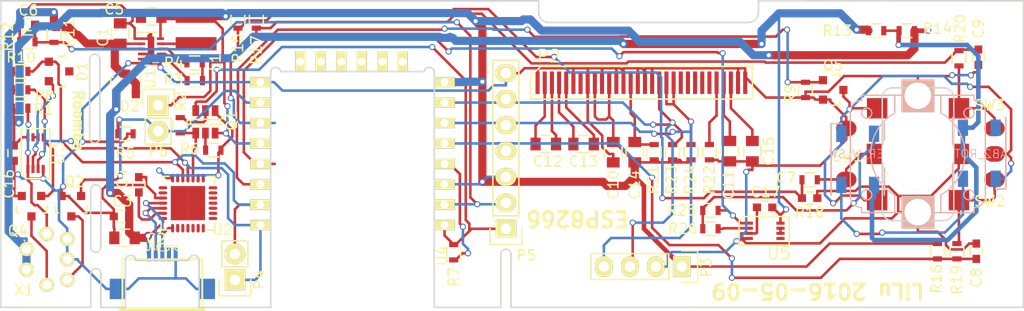
<source format=kicad_pcb>
(kicad_pcb (version 20171130) (host pcbnew "(5.1.12)-1")
  (layers (0 F.Cu signal) (31 B.Cu signal) (34 B.Paste user hide) (35 F.Paste user hide) (36 B.SilkS user hide) (37 F.SilkS user hide) (38 B.Mask user hide) (39 F.Mask user hide) (44 Edge.Cuts user))
  (net 0 "")
  (net 1 +3V3)
  (net 2 +12V)
  (net 3 "Net-(L1-Pad1)")
  (net 4 "Net-(C12-Pad1)")
  (net 5 "Net-(C12-Pad2)")
  (net 6 "Net-(C13-Pad1)")
  (net 7 "Net-(C13-Pad2)")
  (net 8 "Net-(C15-Pad1)")
  (net 9 /RXD)
  (net 10 "Net-(D1-Pad2)")
  (net 11 GNDPWR)
  (net 12 /LED)
  (net 13 "Net-(LED1-Pad2)")
  (net 14 "Net-(LED1-Pad1)")
  (net 15 /Roomba_Wake)
  (net 16 "Net-(Q2-Pad3)")
  (net 17 "Net-(Q4-Pad1)")
  (net 18 "Net-(Q4-Pad3)")
  (net 19 /PowerOn)
  (net 20 "Net-(R1-Pad1)")
  (net 21 /RTS)
  (net 22 "Net-(R3-Pad2)")
  (net 23 "Net-(R4-Pad2)")
  (net 24 /DTR)
  (net 25 "Net-(R7-Pad1)")
  (net 26 /RST)
  (net 27 /TXD)
  (net 28 /ADC)
  (net 29 /Switch)
  (net 30 /Enc_B)
  (net 31 /Enc_A)
  (net 32 "Net-(R18-Pad1)")
  (net 33 "Net-(R19-Pad1)")
  (net 34 "Net-(R20-Pad1)")
  (net 35 "Net-(C10-Pad2)")
  (net 36 "Net-(P2-Pad26)")
  (net 37 /SCL)
  (net 38 /SDA)
  (net 39 "Net-(C11-Pad1)")
  (net 40 "Net-(P1-Pad2)")
  (net 41 "Net-(P1-Pad3)")
  (net 42 "Net-(U3-Pad6)")
  (net 43 "Net-(C4-Pad1)")
  (net 44 "Net-(Q1-Pad2)")
  (net 45 "Net-(Q1-Pad5)")
  (net 46 "Net-(LED1-Pad4)")
  (net 47 "Net-(R26-Pad2)")
  (net 48 GND)
  (net 49 /5V)
  (net 50 "Net-(U5-Pad6)")
  (module Resistors_SMD:R_0603 (layer F.Cu) (at 93.19 132.02 180)
    (fp_text reference R5 (at 0 -1.9 180) (layer F.SilkS))
    (fp_text value 100k)
    (pad 1 smd rect (at -0.75 0 180) (size 0.5 0.9) (layers F.Cu F.Paste F.Mask) (net 48 GND))
    (pad 2 smd rect (at 0.75 0 180) (size 0.5 0.9) (layers F.Cu F.Paste F.Mask) (net 15 /Roomba_Wake))
  )
  (module Resistors_SMD:R_0603 (layer F.Cu) (at 82.9 129.51 180)
    (fp_text reference R1 (at -2.29 -0.11 180) (layer F.SilkS))
    (fp_text value 1M)
    (pad 1 smd rect (at -0.75 0 180) (size 0.5 0.9) (layers F.Cu F.Paste F.Mask) (net 20 "Net-(R1-Pad1)"))
    (pad 2 smd rect (at 0.75 0 180) (size 0.5 0.9) (layers F.Cu F.Paste F.Mask) (net 1 +3V3))
  )
  (module Resistors_SMD:R_0603 (layer F.Cu) (at 98.55 131.18 90)
    (fp_text reference R2 (at 2.36 0.04 90) (layer F.SilkS))
    (fp_text value 10k)
    (pad 1 smd rect (at -0.75 0 90) (size 0.5 0.9) (layers F.Cu F.Paste F.Mask) (net 21 /RTS))
    (pad 2 smd rect (at 0.75 0 90) (size 0.5 0.9) (layers F.Cu F.Paste F.Mask) (net 44 "Net-(Q1-Pad2)"))
  )
  (module Housings_DFN_QFN:DFN-10-1EP_2x3mm_Pitch0.5mm (layer F.Cu) (at 95.69 123.7)
    (fp_text reference U1 (at -0.1 2.92 90) (layer F.SilkS))
    (fp_text value TPS62177)
    (pad 1 smd rect (at -0.925 -1) (size 0.7 0.25) (layers F.Cu F.Paste F.Mask) (net 48 GND))
    (pad 2 smd rect (at -0.925 -0.5) (size 0.7 0.25) (layers F.Cu F.Paste F.Mask) (net 2 +12V))
    (pad 3 smd rect (at -0.925 0) (size 0.7 0.25) (layers F.Cu F.Paste F.Mask) (net 2 +12V))
    (pad 4 smd rect (at -0.925 0.5) (size 0.7 0.25) (layers F.Cu F.Paste F.Mask) (net 48 GND))
    (pad 5 smd rect (at -0.925 1) (size 0.7 0.25) (layers F.Cu F.Paste F.Mask) (net 48 GND))
    (pad 6 smd rect (at 0.925 1) (size 0.7 0.25) (layers F.Cu F.Paste F.Mask) (net 48 GND))
    (pad 7 smd rect (at 0.925 0.5) (size 0.7 0.25) (layers F.Cu F.Paste F.Mask) (net 22 "Net-(R3-Pad2)"))
    (pad 8 smd rect (at 0.925 0) (size 0.7 0.25) (layers F.Cu F.Paste F.Mask) (net 23 "Net-(R4-Pad2)"))
    (pad 9 smd rect (at 0.925 -0.5) (size 0.7 0.25) (layers F.Cu F.Paste F.Mask) (net 3 "Net-(L1-Pad1)"))
    (pad 10 smd rect (at 0.925 -1) (size 0.7 0.25) (layers F.Cu F.Paste F.Mask) (net 1 +3V3))
    (pad 11 smd rect (at 0 0.6) (size 0.64 1.2) (layers F.Cu F.Paste F.Mask) (net 48 GND))
    (pad 11 smd rect (at 0 -0.6) (size 0.64 1.2) (layers F.Cu F.Paste F.Mask) (net 48 GND))
  )
  (module TO_SOT_Packages_SMD:SOT-23 (layer F.Cu) (at 86.7 125.91 270)
    (fp_text reference D1 (at 0 -2.25 270) (layer F.SilkS))
    (fp_text value D_Schottky_x2_ACom_AKK)
    (pad 1 smd rect (at -0.95 1.00076 270) (size 0.8001 0.8001) (layers F.Cu F.Paste F.Mask) (net 9 /RXD))
    (pad 2 smd rect (at 0.95 1.00076 270) (size 0.8001 0.8001) (layers F.Cu F.Paste F.Mask) (net 10 "Net-(D1-Pad2)"))
    (pad 3 smd rect (at 0 -0.99822 270) (size 0.8001 0.8001) (layers F.Cu F.Paste F.Mask))
  )
  (module LEDs:LED_WS2812B-PLCC4 (layer B.Cu) (at 164.79 134.52 90)
    (fp_text reference LED1 (at 0 3.5 90) (layer B.SilkS) (effects (justify mirror)))
    (fp_text value WS2812B)
    (pad 3 smd rect (at 2.5 -1.6 90) (size 1.6 1) (layers B.Cu B.Paste B.Mask) (net 11 GNDPWR))
    (pad 4 smd rect (at 2.5 1.6 90) (size 1.6 1) (layers B.Cu B.Paste B.Mask) (net 46 "Net-(LED1-Pad4)"))
    (pad 2 smd rect (at -2.5 -1.6 90) (size 1.6 1) (layers B.Cu B.Paste B.Mask) (net 13 "Net-(LED1-Pad2)"))
    (pad 1 smd rect (at -2.5 1.6 90) (size 1.6 1) (layers B.Cu B.Paste B.Mask) (net 14 "Net-(LED1-Pad1)"))
  )
  (module LEDs:LED_WS2812B-PLCC4 (layer B.Cu) (at 176.68 133.92 270)
    (fp_text reference LED2 (at 0 3.5 270) (layer B.SilkS) (effects (justify mirror)))
    (fp_text value WS2812B)
    (pad 3 smd rect (at 2.5 -1.6 270) (size 1.6 1) (layers B.Cu B.Paste B.Mask) (net 11 GNDPWR))
    (pad 4 smd rect (at 2.5 1.6 270) (size 1.6 1) (layers B.Cu B.Paste B.Mask) (net 13 "Net-(LED1-Pad2)"))
    (pad 2 smd rect (at -2.5 -1.6 270) (size 1.6 1) (layers B.Cu B.Paste B.Mask))
    (pad 1 smd rect (at -2.5 1.6 270) (size 1.6 1) (layers B.Cu B.Paste B.Mask) (net 14 "Net-(LED1-Pad1)"))
  )
  (module TO_SOT_Packages_SMD:SOT-23 (layer F.Cu) (at 87.9 139.11 180)
    (fp_text reference Q2 (at -0.29 2.39 180) (layer F.SilkS))
    (fp_text value 2N7002)
    (pad 1 smd rect (at -0.95 1.00076 180) (size 0.8001 0.8001) (layers F.Cu F.Paste F.Mask) (net 15 /Roomba_Wake))
    (pad 2 smd rect (at 0.95 1.00076 180) (size 0.8001 0.8001) (layers F.Cu F.Paste F.Mask) (net 48 GND))
    (pad 3 smd rect (at 0 -0.99822 180) (size 0.8001 0.8001) (layers F.Cu F.Paste F.Mask) (net 16 "Net-(Q2-Pad3)"))
  )
  (module TO_SOT_Packages_SMD:SOT-23 (layer F.Cu) (at 84 139.11 180)
    (fp_text reference Q4 (at 1.31 -2.41 180) (layer F.SilkS))
    (fp_text value 2N7002)
    (pad 1 smd rect (at -0.95 1.00076 180) (size 0.8001 0.8001) (layers F.Cu F.Paste F.Mask) (net 17 "Net-(Q4-Pad1)"))
    (pad 2 smd rect (at 0.95 1.00076 180) (size 0.8001 0.8001) (layers F.Cu F.Paste F.Mask) (net 48 GND))
    (pad 3 smd rect (at 0 -0.99822 180) (size 0.8001 0.8001) (layers F.Cu F.Paste F.Mask) (net 18 "Net-(Q4-Pad3)"))
  )
  (module TO_SOT_Packages_SMD:SOT-23 (layer F.Cu) (at 162.392 127.72 270)
    (fp_text reference Q5 (at -2.4 0.00178) (layer F.SilkS))
    (fp_text value 2N7002)
    (pad 1 smd rect (at -0.95 1.00076 270) (size 0.8001 0.8001) (layers F.Cu F.Paste F.Mask) (net 19 /PowerOn))
    (pad 2 smd rect (at 0.95 1.00076 270) (size 0.8001 0.8001) (layers F.Cu F.Paste F.Mask) (net 48 GND))
    (pad 3 smd rect (at 0 -0.99822 270) (size 0.8001 0.8001) (layers F.Cu F.Paste F.Mask) (net 11 GNDPWR))
  )
  (module Resistors_SMD:R_0603 (layer F.Cu) (at 99.97 126.81 180)
    (fp_text reference R3 (at 2.09 0.1 180) (layer F.SilkS))
    (fp_text value 100k)
    (pad 1 smd rect (at -0.75 0 180) (size 0.5 0.9) (layers F.Cu F.Paste F.Mask) (net 1 +3V3))
    (pad 2 smd rect (at 0.75 0 180) (size 0.5 0.9) (layers F.Cu F.Paste F.Mask) (net 22 "Net-(R3-Pad2)"))
  )
  (module Resistors_SMD:R_0603 (layer F.Cu) (at 99.95 125.07 180)
    (fp_text reference R4 (at 2.03 0 180) (layer F.SilkS))
    (fp_text value 100k)
    (pad 1 smd rect (at -0.75 0 180) (size 0.5 0.9) (layers F.Cu F.Paste F.Mask) (net 1 +3V3))
    (pad 2 smd rect (at 0.75 0 180) (size 0.5 0.9) (layers F.Cu F.Paste F.Mask) (net 23 "Net-(R4-Pad2)"))
  )
  (module Resistors_SMD:R_0603 (layer F.Cu) (at 101.78 133.62 180)
    (fp_text reference R6 (at 2.29 0.1 180) (layer F.SilkS))
    (fp_text value 10k)
    (pad 1 smd rect (at -0.75 0 180) (size 0.5 0.9) (layers F.Cu F.Paste F.Mask) (net 24 /DTR))
    (pad 2 smd rect (at 0.75 0 180) (size 0.5 0.9) (layers F.Cu F.Paste F.Mask) (net 45 "Net-(Q1-Pad5)"))
  )
  (module Resistors_SMD:R_0603 (layer F.Cu) (at 125.29 143.62 90)
    (fp_text reference R7 (at -2.4 0 90) (layer F.SilkS))
    (fp_text value 10k)
    (pad 1 smd rect (at -0.75 0 90) (size 0.5 0.9) (layers F.Cu F.Paste F.Mask) (net 25 "Net-(R7-Pad1)"))
    (pad 2 smd rect (at 0.75 0 90) (size 0.5 0.9) (layers F.Cu F.Paste F.Mask) (net 26 /RST))
  )
  (module Resistors_SMD:R_0603 (layer F.Cu) (at 82.9 127.71)
    (fp_text reference R8 (at 2.39 0.61) (layer F.SilkS))
    (fp_text value 100k)
    (pad 1 smd rect (at -0.75 0) (size 0.5 0.9) (layers F.Cu F.Paste F.Mask) (net 1 +3V3))
    (pad 2 smd rect (at 0.75 0) (size 0.5 0.9) (layers F.Cu F.Paste F.Mask) (net 27 /TXD))
  )
  (module Resistors_SMD:R_0603 (layer F.Cu) (at 159.69 127.72 90)
    (fp_text reference R9 (at -0.4 -1.5 90) (layer F.SilkS))
    (fp_text value 100k)
    (pad 1 smd rect (at -0.75 0 90) (size 0.5 0.9) (layers F.Cu F.Paste F.Mask) (net 48 GND))
    (pad 2 smd rect (at 0.75 0 90) (size 0.5 0.9) (layers F.Cu F.Paste F.Mask) (net 19 /PowerOn))
  )
  (module Resistors_SMD:R_0603 (layer F.Cu) (at 82.9 125.91)
    (fp_text reference R10 (at 0.09 -1.39) (layer F.SilkS))
    (fp_text value 100k)
    (pad 1 smd rect (at -0.75 0) (size 0.5 0.9) (layers F.Cu F.Paste F.Mask) (net 1 +3V3))
    (pad 2 smd rect (at 0.75 0) (size 0.5 0.9) (layers F.Cu F.Paste F.Mask) (net 9 /RXD))
  )
  (module Resistors_SMD:R_0603 (layer F.Cu) (at 86.2 122.31 270)
    (fp_text reference R11 (at -0.19 -1.49 270) (layer F.SilkS))
    (fp_text value 100k)
    (pad 1 smd rect (at -0.75 0 270) (size 0.5 0.9) (layers F.Cu F.Paste F.Mask) (net 2 +12V))
    (pad 2 smd rect (at 0.75 0 270) (size 0.5 0.9) (layers F.Cu F.Paste F.Mask) (net 28 /ADC))
  )
  (module Resistors_SMD:R_0603 (layer F.Cu) (at 83.6 123.01 180)
    (fp_text reference R12 (at 1.91 0.49 270) (layer F.SilkS))
    (fp_text value 100k)
    (pad 1 smd rect (at -0.75 0 180) (size 0.5 0.9) (layers F.Cu F.Paste F.Mask) (net 28 /ADC))
    (pad 2 smd rect (at 0.75 0 180) (size 0.5 0.9) (layers F.Cu F.Paste F.Mask) (net 48 GND))
  )
  (module Resistors_SMD:R_0603 (layer F.Cu) (at 166.59 121.92 180)
    (fp_text reference R13 (at 3.8 0 180) (layer F.SilkS))
    (fp_text value 0R)
    (pad 1 smd rect (at -0.75 0 180) (size 0.5 0.9) (layers F.Cu F.Paste F.Mask) (net 14 "Net-(LED1-Pad1)"))
    (pad 2 smd rect (at 0.75 0 180) (size 0.5 0.9) (layers F.Cu F.Paste F.Mask) (net 49 /5V))
  )
  (module Resistors_SMD:R_0603 (layer F.Cu) (at 169.59 121.92 180)
    (fp_text reference R14 (at -3 0.2 180) (layer F.SilkS))
    (fp_text value 0R)
    (pad 1 smd rect (at -0.75 0 180) (size 0.5 0.9) (layers F.Cu F.Paste F.Mask) (net 1 +3V3))
    (pad 2 smd rect (at 0.75 0 180) (size 0.5 0.9) (layers F.Cu F.Paste F.Mask) (net 14 "Net-(LED1-Pad1)"))
  )
  (module Resistors_SMD:R_0603 (layer F.Cu) (at 104.19 120.92 90)
    (fp_text reference R15 (at -2.7 0 90) (layer F.SilkS))
    (fp_text value 10k)
    (pad 1 smd rect (at -0.75 0 90) (size 0.5 0.9) (layers F.Cu F.Paste F.Mask) (net 29 /Switch))
    (pad 2 smd rect (at 0.75 0 90) (size 0.5 0.9) (layers F.Cu F.Paste F.Mask) (net 1 +3V3))
  )
  (module Resistors_SMD:R_0603 (layer F.Cu) (at 172.59 143.52 90)
    (fp_text reference R16 (at -2.7 -0.1 90) (layer F.SilkS))
    (fp_text value 10k)
    (pad 1 smd rect (at -0.75 0 90) (size 0.5 0.9) (layers F.Cu F.Paste F.Mask) (net 30 /Enc_B))
    (pad 2 smd rect (at 0.75 0 90) (size 0.5 0.9) (layers F.Cu F.Paste F.Mask) (net 1 +3V3))
  )
  (module Resistors_SMD:R_0603 (layer F.Cu) (at 105.99 120.92 90)
    (fp_text reference R17 (at -2.9 0 90) (layer F.SilkS))
    (fp_text value 10k)
    (pad 1 smd rect (at -0.75 0 90) (size 0.5 0.9) (layers F.Cu F.Paste F.Mask) (net 31 /Enc_A))
    (pad 2 smd rect (at 0.75 0 90) (size 0.5 0.9) (layers F.Cu F.Paste F.Mask) (net 1 +3V3))
  )
  (module Resistors_SMD:R_0603 (layer F.Cu) (at 160.09 136.52 180)
    (fp_text reference R18 (at 0 -3.2 180) (layer F.SilkS))
    (fp_text value 1k)
    (pad 1 smd rect (at -0.75 0 180) (size 0.5 0.9) (layers F.Cu F.Paste F.Mask) (net 32 "Net-(R18-Pad1)"))
    (pad 2 smd rect (at 0.75 0 180) (size 0.5 0.9) (layers F.Cu F.Paste F.Mask) (net 29 /Switch))
  )
  (module Resistors_SMD:R_0603 (layer F.Cu) (at 174.49 143.52 270)
    (fp_text reference R19 (at 2.8 0 270) (layer F.SilkS))
    (fp_text value 1k)
    (pad 1 smd rect (at -0.75 0 270) (size 0.5 0.9) (layers F.Cu F.Paste F.Mask) (net 33 "Net-(R19-Pad1)"))
    (pad 2 smd rect (at 0.75 0 270) (size 0.5 0.9) (layers F.Cu F.Paste F.Mask) (net 30 /Enc_B))
  )
  (module Resistors_SMD:R_0603 (layer F.Cu) (at 174.69 124.62 90)
    (fp_text reference R20 (at 2.9 0.1 90) (layer F.SilkS))
    (fp_text value 1k)
    (pad 1 smd rect (at -0.75 0 90) (size 0.5 0.9) (layers F.Cu F.Paste F.Mask) (net 34 "Net-(R20-Pad1)"))
    (pad 2 smd rect (at 0.75 0 90) (size 0.5 0.9) (layers F.Cu F.Paste F.Mask) (net 31 /Enc_A))
  )
  (module Resistors_SMD:R_0603 (layer F.Cu) (at 144.89 133.82 270)
    (fp_text reference R21 (at 2.7 0.1 270) (layer F.SilkS))
    (fp_text value 10k)
    (pad 1 smd rect (at -0.75 0 270) (size 0.5 0.9) (layers F.Cu F.Paste F.Mask) (net 35 "Net-(C10-Pad2)"))
    (pad 2 smd rect (at 0.75 0 270) (size 0.5 0.9) (layers F.Cu F.Paste F.Mask) (net 1 +3V3))
  )
  (module Resistors_SMD:R_0603 (layer F.Cu) (at 150.29 133.82 270)
    (fp_text reference R22 (at 2.7 0 270) (layer F.SilkS))
    (fp_text value 390k)
    (pad 1 smd rect (at -0.75 0 270) (size 0.5 0.9) (layers F.Cu F.Paste F.Mask) (net 36 "Net-(P2-Pad26)"))
    (pad 2 smd rect (at 0.75 0 270) (size 0.5 0.9) (layers F.Cu F.Paste F.Mask) (net 48 GND))
  )
  (module Resistors_SMD:R_0603 (layer F.Cu) (at 146.69 133.82 270)
    (fp_text reference R23 (at 2.7 0.1 270) (layer F.SilkS))
    (fp_text value 10k)
    (pad 1 smd rect (at -0.75 0 270) (size 0.5 0.9) (layers F.Cu F.Paste F.Mask) (net 37 /SCL))
    (pad 2 smd rect (at 0.75 0 270) (size 0.5 0.9) (layers F.Cu F.Paste F.Mask) (net 1 +3V3))
  )
  (module Resistors_SMD:R_0603 (layer F.Cu) (at 148.49 133.82 270)
    (fp_text reference R24 (at 2.7 0.1 270) (layer F.SilkS))
    (fp_text value 10k)
    (pad 1 smd rect (at -0.75 0 270) (size 0.5 0.9) (layers F.Cu F.Paste F.Mask) (net 38 /SDA))
    (pad 2 smd rect (at 0.75 0 270) (size 0.5 0.9) (layers F.Cu F.Paste F.Mask) (net 1 +3V3))
  )
  (module library:UG_62864 (layer F.Cu) (at 143.64 127.02)
    (fp_text reference P2 (at -9.05 -2.6) (layer F.SilkS) (effects (font (size 1.2 1.2))))
    (fp_text value UG_62864)
    (pad 1 smd rect (at -10.15 0) (size 0.4 2.2) (layers F.Cu F.Paste F.Mask) (net 48 GND))
    (pad 2 smd rect (at -9.45 0) (size 0.4 2.2) (layers F.Cu F.Paste F.Mask) (net 4 "Net-(C12-Pad1)"))
    (pad 3 smd rect (at -8.75 0) (size 0.4 2.2) (layers F.Cu F.Paste F.Mask) (net 5 "Net-(C12-Pad2)"))
    (pad 4 smd rect (at -8.05 0) (size 0.4 2.2) (layers F.Cu F.Paste F.Mask) (net 6 "Net-(C13-Pad1)"))
    (pad 5 smd rect (at -7.35 0) (size 0.4 2.2) (layers F.Cu F.Paste F.Mask) (net 7 "Net-(C13-Pad2)"))
    (pad 6 smd rect (at -6.65 0) (size 0.4 2.2) (layers F.Cu F.Paste F.Mask) (net 48 GND))
    (pad 7 smd rect (at -5.95 0) (size 0.4 2.2) (layers F.Cu F.Paste F.Mask))
    (pad 8 smd rect (at -5.25 0) (size 0.4 2.2) (layers F.Cu F.Paste F.Mask) (net 48 GND))
    (pad 9 smd rect (at -4.55 0) (size 0.4 2.2) (layers F.Cu F.Paste F.Mask) (net 1 +3V3))
    (pad 10 smd rect (at -3.85 0) (size 0.4 2.2) (layers F.Cu F.Paste F.Mask) (net 48 GND))
    (pad 11 smd rect (at -3.15 0) (size 0.4 2.2) (layers F.Cu F.Paste F.Mask) (net 1 +3V3))
    (pad 12 smd rect (at -2.45 0) (size 0.4 2.2) (layers F.Cu F.Paste F.Mask) (net 48 GND))
    (pad 13 smd rect (at -1.75 0) (size 0.4 2.2) (layers F.Cu F.Paste F.Mask) (net 48 GND))
    (pad 14 smd rect (at -1.05 0) (size 0.4 2.2) (layers F.Cu F.Paste F.Mask) (net 35 "Net-(C10-Pad2)"))
    (pad 15 smd rect (at -0.35 0) (size 0.4 2.2) (layers F.Cu F.Paste F.Mask) (net 48 GND))
    (pad 16 smd rect (at 0.35 0) (size 0.4 2.2) (layers F.Cu F.Paste F.Mask) (net 48 GND))
    (pad 17 smd rect (at 1.05 0) (size 0.4 2.2) (layers F.Cu F.Paste F.Mask) (net 48 GND))
    (pad 18 smd rect (at 1.75 0) (size 0.4 2.2) (layers F.Cu F.Paste F.Mask) (net 37 /SCL))
    (pad 19 smd rect (at 2.45 0) (size 0.4 2.2) (layers F.Cu F.Paste F.Mask) (net 38 /SDA))
    (pad 20 smd rect (at 3.15 0) (size 0.4 2.2) (layers F.Cu F.Paste F.Mask) (net 38 /SDA))
    (pad 21 smd rect (at 3.85 0) (size 0.4 2.2) (layers F.Cu F.Paste F.Mask))
    (pad 22 smd rect (at 4.55 0) (size 0.4 2.2) (layers F.Cu F.Paste F.Mask))
    (pad 23 smd rect (at 5.25 0) (size 0.4 2.2) (layers F.Cu F.Paste F.Mask))
    (pad 24 smd rect (at 5.95 0) (size 0.4 2.2) (layers F.Cu F.Paste F.Mask))
    (pad 25 smd rect (at 6.65 0) (size 0.4 2.2) (layers F.Cu F.Paste F.Mask))
    (pad 26 smd rect (at 7.35 0) (size 0.4 2.2) (layers F.Cu F.Paste F.Mask) (net 36 "Net-(P2-Pad26)"))
    (pad 27 smd rect (at 8.05 0) (size 0.4 2.2) (layers F.Cu F.Paste F.Mask) (net 39 "Net-(C11-Pad1)"))
    (pad 28 smd rect (at 8.75 0) (size 0.4 2.2) (layers F.Cu F.Paste F.Mask) (net 8 "Net-(C15-Pad1)"))
    (pad 29 smd rect (at 9.45 0) (size 0.4 2.2) (layers F.Cu F.Paste F.Mask) (net 48 GND))
    (pad 30 smd rect (at 10.15 0) (size 0.4 2.2) (layers F.Cu F.Paste F.Mask) (net 48 GND))
  )
  (module library:ROT_ENC_backside (layer B.Cu) (at 170.67 133.99 270)
    (fp_text reference ROT_ENC1 hide)
    (fp_text value AB2_ROTARY_ENCODER_W_SW (at 0 0 180) (layer B.SilkS) (effects (font (size 0.8128 0.8128) (thickness 0.0762)) (justify mirror)))
    (pad 1 smd oval (at -2.5 -7.5 270) (size 1.524 2) (layers F.Cu F.Paste F.Mask) (net 34 "Net-(R20-Pad1)"))
    (pad 2 smd oval (at 0 -7.5 270) (size 1.524 2) (layers F.Cu F.Paste F.Mask) (net 11 GNDPWR))
    (pad 3 smd oval (at 2.5 -7.5 270) (size 1.524 2) (layers F.Cu F.Paste F.Mask) (net 33 "Net-(R19-Pad1)"))
    (pad 4 smd oval (at 2.5 7 270) (size 1.524 2) (layers F.Cu F.Paste F.Mask) (net 32 "Net-(R18-Pad1)"))
    (pad 6 smd oval (at -2.5 7 270) (size 1.524 2) (layers F.Cu F.Paste F.Mask) (net 48 GND))
    (pad 7 thru_hole rect (at -5.7 0 270) (size 3.2 3.2) (drill 2.6) (layers *.Cu *.Mask B.SilkS) (net 48 GND))
    (pad 7 thru_hole rect (at 5.7 0 270) (size 3.2 3.2) (drill 2.6) (layers *.Cu *.Mask B.SilkS) (net 48 GND))
    (pad "" np_thru_hole circle (at 0 0 270) (size 7 7) (drill 7) (layers *.Cu *.Mask B.SilkS))
  )
  (module library:switch3x6_smd (layer F.Cu) (at 170.67 133.99)
    (fp_text reference SW1 (at -6.88 0.23) (layer F.SilkS))
    (fp_text value SW_PUSH)
    (pad 2 smd rect (at 4 0) (size 2 2) (layers F.Cu F.Paste F.Mask) (net 48 GND))
    (pad 1 smd rect (at -4 0) (size 2 2) (layers F.Cu F.Paste F.Mask) (net 32 "Net-(R18-Pad1)"))
  )
  (module library:switch3x6_smd (layer F.Cu) (at 170.69 138.52 180)
    (fp_text reference SW2 (at -7 -0.1 180) (layer F.SilkS))
    (fp_text value SW_PUSH)
    (pad 2 smd rect (at 4 0 180) (size 2 2) (layers F.Cu F.Paste F.Mask) (net 11 GNDPWR))
    (pad 1 smd rect (at -4 0 180) (size 2 2) (layers F.Cu F.Paste F.Mask) (net 33 "Net-(R19-Pad1)"))
  )
  (module library:switch3x6_smd (layer F.Cu) (at 170.69 129.52 180)
    (fp_text reference SW3 (at -7 0.3 180) (layer F.SilkS))
    (fp_text value SW_PUSH)
    (pad 2 smd rect (at 4 0 180) (size 2 2) (layers F.Cu F.Paste F.Mask) (net 11 GNDPWR))
    (pad 1 smd rect (at -4 0 180) (size 2 2) (layers F.Cu F.Paste F.Mask) (net 34 "Net-(R20-Pad1)"))
  )
  (module library:MiniDin-7 (layer F.Cu) (at 85.9 144.31 270)
    (fp_text reference X1 (at 3.01 2.61) (layer F.SilkS))
    (fp_text value MINI_DIN_7)
    (pad 6 thru_hole oval (at 0 -1.6002 270) (size 1.4 1.4) (drill oval 0.9) (layers *.Cu *.Mask F.SilkS) (net 48 GND))
    (pad 5 thru_hole oval (at 1.9939 -1.6002 270) (size 1.4 1.4) (drill oval 0.9) (layers *.Cu *.Mask F.SilkS) (net 16 "Net-(Q2-Pad3)"))
    (pad 7 thru_hole oval (at -1.9939 -1.6002 270) (size 1.4 1.4) (drill oval 0.9) (layers *.Cu *.Mask F.SilkS) (net 48 GND))
    (pad 1 thru_hole oval (at 1.0033 2.3876 270) (size 1.4 1.4) (drill oval 0.9) (layers *.Cu *.Mask F.SilkS) (net 2 +12V))
    (pad 2 thru_hole oval (at -1.0033 2.3876 270) (size 1.4 1.4) (drill oval 0.9) (layers *.Cu *.Mask F.SilkS) (net 2 +12V))
    (pad 3 thru_hole oval (at 2.5019 0.4064 270) (size 1.4 1.4) (drill oval 0.9) (layers *.Cu *.Mask F.SilkS) (net 18 "Net-(Q4-Pad3)"))
    (pad 4 thru_hole oval (at -2.5019 0.4064 270) (size 1.4 1.4) (drill oval 0.9) (layers *.Cu *.Mask F.SilkS) (net 20 "Net-(R1-Pad1)"))
  )
  (module library:VLS4012ET-100M (layer F.Cu) (at 100.1 121.85 90)
    (fp_text reference L1 (at -3.17 1.89 -90) (layer F.SilkS))
    (fp_text value VLS4012ET-100M)
    (pad 2 smd rect (at 1.35 0 180) (size 4 1.3) (layers F.Cu F.Paste F.Mask) (net 1 +3V3))
    (pad 1 smd rect (at -1.35 0 180) (size 4 1.3) (layers F.Cu F.Paste F.Mask) (net 3 "Net-(L1-Pad1)"))
  )
  (module library:VSSOP-8 (layer F.Cu) (at 84.4 133.91)
    (fp_text reference U3 (at 2.19 0.01 90) (layer F.SilkS) (effects (font (size 1.2 1.2))))
    (fp_text value 74LVC3G14)
    (pad 8 smd rect (at -0.75 -1.55) (size 0.3 0.8) (layers F.Cu F.Paste F.Mask) (net 1 +3V3))
    (pad 1 smd rect (at -0.75 1.55) (size 0.3 0.8) (layers F.Cu F.Paste F.Mask) (net 20 "Net-(R1-Pad1)"))
    (pad 7 smd rect (at -0.25 -1.55) (size 0.3 0.8) (layers F.Cu F.Paste F.Mask) (net 42 "Net-(U3-Pad6)"))
    (pad 2 smd rect (at -0.25 1.55) (size 0.3 0.8) (layers F.Cu F.Paste F.Mask) (net 10 "Net-(D1-Pad2)"))
    (pad 6 smd rect (at 0.25 -1.55) (size 0.3 0.8) (layers F.Cu F.Paste F.Mask) (net 42 "Net-(U3-Pad6)"))
    (pad 3 smd rect (at 0.25 1.55) (size 0.3 0.8) (layers F.Cu F.Paste F.Mask) (net 27 /TXD))
    (pad 5 smd rect (at 0.75 -1.55) (size 0.3 0.8) (layers F.Cu F.Paste F.Mask) (net 17 "Net-(Q4-Pad1)"))
    (pad 4 smd rect (at 0.75 1.55) (size 0.3 0.8) (layers F.Cu F.Paste F.Mask) (net 48 GND))
  )
  (module Capacitors_SMD:C_0805 (layer F.Cu) (at 92.68 122.2 90)
    (fp_text reference C1 (at -0.32 -1.69 90) (layer F.SilkS))
    (fp_text value 2u2)
    (pad 1 smd rect (at -1 0 90) (size 1 1.25) (layers F.Cu F.Paste F.Mask) (net 2 +12V))
    (pad 2 smd rect (at 1 0 90) (size 1 1.25) (layers F.Cu F.Paste F.Mask) (net 48 GND))
  )
  (module Capacitors_SMD:C_0805 (layer F.Cu) (at 93.1 142.21 180)
    (fp_text reference C2 (at -3.09 -0.11 180) (layer F.SilkS))
    (fp_text value 1u)
    (pad 1 smd rect (at -1 0 180) (size 1 1.25) (layers F.Cu F.Paste F.Mask) (net 49 /5V))
    (pad 2 smd rect (at 1 0 180) (size 1 1.25) (layers F.Cu F.Paste F.Mask) (net 48 GND))
  )
  (module Capacitors_SMD:C_0603 (layer F.Cu) (at 92.8 140.11 180)
    (fp_text reference C3 (at -0.09 1.49 180) (layer F.SilkS))
    (fp_text value 100n)
    (pad 1 smd rect (at -0.75 0 180) (size 0.8 0.75) (layers F.Cu F.Paste F.Mask) (net 49 /5V))
    (pad 2 smd rect (at 0.75 0 180) (size 0.8 0.75) (layers F.Cu F.Paste F.Mask) (net 48 GND))
  )
  (module Capacitors_SMD:C_0603 (layer F.Cu) (at 94.5 137.01 90)
    (fp_text reference C4 (at 0.59 -1.61 90) (layer F.SilkS))
    (fp_text value 100n)
    (pad 1 smd rect (at -0.75 0 90) (size 0.8 0.75) (layers F.Cu F.Paste F.Mask) (net 43 "Net-(C4-Pad1)"))
    (pad 2 smd rect (at 0.75 0 90) (size 0.8 0.75) (layers F.Cu F.Paste F.Mask) (net 48 GND))
  )
  (module Capacitors_SMD:C_0805 (layer F.Cu) (at 95.71 120.53 180)
    (fp_text reference C5 (at 3.62 0.71 180) (layer F.SilkS))
    (fp_text value 22u)
    (pad 1 smd rect (at -1 0 180) (size 1 1.25) (layers F.Cu F.Paste F.Mask) (net 1 +3V3))
    (pad 2 smd rect (at 1 0 180) (size 1 1.25) (layers F.Cu F.Paste F.Mask) (net 48 GND))
  )
  (module Capacitors_SMD:C_0603 (layer F.Cu) (at 83.6 121.31 180)
    (fp_text reference C6 (at -0.09 1.39 180) (layer F.SilkS))
    (fp_text value 100n)
    (pad 1 smd rect (at -0.75 0 180) (size 0.8 0.75) (layers F.Cu F.Paste F.Mask) (net 28 /ADC))
    (pad 2 smd rect (at 0.75 0 180) (size 0.8 0.75) (layers F.Cu F.Paste F.Mask) (net 48 GND))
  )
  (module Capacitors_SMD:C_0603 (layer F.Cu) (at 160.09 138.32)
    (fp_text reference C7 (at -2.3 -2) (layer F.SilkS))
    (fp_text value 100n)
    (pad 1 smd rect (at -0.75 0) (size 0.8 0.75) (layers F.Cu F.Paste F.Mask) (net 29 /Switch))
    (pad 2 smd rect (at 0.75 0) (size 0.8 0.75) (layers F.Cu F.Paste F.Mask) (net 48 GND))
  )
  (module Capacitors_SMD:C_0603 (layer F.Cu) (at 176.39 143.52 90)
    (fp_text reference C8 (at -2.6 0 90) (layer F.SilkS))
    (fp_text value 100n)
    (pad 1 smd rect (at -0.75 0 90) (size 0.8 0.75) (layers F.Cu F.Paste F.Mask) (net 30 /Enc_B))
    (pad 2 smd rect (at 0.75 0 90) (size 0.8 0.75) (layers F.Cu F.Paste F.Mask) (net 48 GND))
  )
  (module Capacitors_SMD:C_0603 (layer F.Cu) (at 176.59 124.52 270)
    (fp_text reference C9 (at -2.8 0 270) (layer F.SilkS))
    (fp_text value 100n)
    (pad 1 smd rect (at -0.75 0 270) (size 0.8 0.75) (layers F.Cu F.Paste F.Mask) (net 31 /Enc_A))
    (pad 2 smd rect (at 0.75 0 270) (size 0.8 0.75) (layers F.Cu F.Paste F.Mask) (net 48 GND))
  )
  (module Capacitors_SMD:C_0805 (layer F.Cu) (at 142.99 133.82 90)
    (fp_text reference C10 (at -3.2 -2.1 90) (layer F.SilkS))
    (fp_text value 1u)
    (pad 1 smd rect (at -1 0 90) (size 1 1.25) (layers F.Cu F.Paste F.Mask) (net 1 +3V3))
    (pad 2 smd rect (at 1 0 90) (size 1 1.25) (layers F.Cu F.Paste F.Mask) (net 35 "Net-(C10-Pad2)"))
  )
  (module Capacitors_SMD:C_0805 (layer F.Cu) (at 152.29 133.72 270)
    (fp_text reference C11 (at 3.3 0.1 270) (layer F.SilkS))
    (fp_text value 2u2)
    (pad 1 smd rect (at -1 0 270) (size 1 1.25) (layers F.Cu F.Paste F.Mask) (net 39 "Net-(C11-Pad1)"))
    (pad 2 smd rect (at 1 0 270) (size 1 1.25) (layers F.Cu F.Paste F.Mask) (net 48 GND))
  )
  (module Capacitors_SMD:C_0805 (layer F.Cu) (at 134.29 133.02)
    (fp_text reference C12 (at 0.2 1.7) (layer F.SilkS))
    (fp_text value 1u)
    (pad 1 smd rect (at -1 0) (size 1 1.25) (layers F.Cu F.Paste F.Mask) (net 4 "Net-(C12-Pad1)"))
    (pad 2 smd rect (at 1 0) (size 1 1.25) (layers F.Cu F.Paste F.Mask) (net 5 "Net-(C12-Pad2)"))
  )
  (module Capacitors_SMD:C_0805 (layer F.Cu) (at 137.99 133.02)
    (fp_text reference C13 (at 0 1.7) (layer F.SilkS))
    (fp_text value 1u)
    (pad 1 smd rect (at -1 0) (size 1 1.25) (layers F.Cu F.Paste F.Mask) (net 6 "Net-(C13-Pad1)"))
    (pad 2 smd rect (at 1 0) (size 1 1.25) (layers F.Cu F.Paste F.Mask) (net 7 "Net-(C13-Pad2)"))
  )
  (module Capacitors_SMD:C_0805 (layer F.Cu) (at 140.89 133.82 270)
    (fp_text reference C14 (at 3.2 -2.1 270) (layer F.SilkS))
    (fp_text value 2u2)
    (pad 1 smd rect (at -1 0 270) (size 1 1.25) (layers F.Cu F.Paste F.Mask) (net 1 +3V3))
    (pad 2 smd rect (at 1 0 270) (size 1 1.25) (layers F.Cu F.Paste F.Mask) (net 48 GND))
  )
  (module Capacitors_SMD:C_0805 (layer F.Cu) (at 154.49 133.72 270)
    (fp_text reference C15 (at 0 -1.6 270) (layer F.SilkS))
    (fp_text value 2u2)
    (pad 1 smd rect (at -1 0 270) (size 1 1.25) (layers F.Cu F.Paste F.Mask) (net 8 "Net-(C15-Pad1)"))
    (pad 2 smd rect (at 1 0 270) (size 1 1.25) (layers F.Cu F.Paste F.Mask) (net 48 GND))
  )
  (module library:QFN-28-1EP_5x5mm_Pitch0.5mm (layer F.Cu) (at 99.3 138.81)
    (fp_text reference U2 (at 3.39 2.61) (layer F.SilkS))
    (fp_text value CP2102)
    (pad 1 smd oval (at -2.45 -1.5) (size 0.85 0.3) (layers F.Cu F.Paste F.Mask))
    (pad 2 smd oval (at -2.45 -1) (size 0.85 0.3) (layers F.Cu F.Paste F.Mask))
    (pad 3 smd oval (at -2.45 -0.5) (size 0.85 0.3) (layers F.Cu F.Paste F.Mask) (net 48 GND))
    (pad 4 smd oval (at -2.45 0) (size 0.85 0.3) (layers F.Cu F.Paste F.Mask) (net 41 "Net-(P1-Pad3)"))
    (pad 5 smd oval (at -2.45 0.5) (size 0.85 0.3) (layers F.Cu F.Paste F.Mask) (net 40 "Net-(P1-Pad2)"))
    (pad 6 smd oval (at -2.45 1) (size 0.85 0.3) (layers F.Cu F.Paste F.Mask) (net 43 "Net-(C4-Pad1)"))
    (pad 7 smd oval (at -2.45 1.5) (size 0.85 0.3) (layers F.Cu F.Paste F.Mask) (net 49 /5V))
    (pad 8 smd oval (at -1.5 2.45 90) (size 0.85 0.3) (layers F.Cu F.Paste F.Mask) (net 49 /5V))
    (pad 9 smd oval (at -1 2.45 90) (size 0.85 0.3) (layers F.Cu F.Paste F.Mask))
    (pad 10 smd oval (at -0.5 2.45 90) (size 0.85 0.3) (layers F.Cu F.Paste F.Mask))
    (pad 11 smd oval (at 0 2.45 90) (size 0.85 0.3) (layers F.Cu F.Paste F.Mask))
    (pad 12 smd oval (at 0.5 2.45 90) (size 0.85 0.3) (layers F.Cu F.Paste F.Mask))
    (pad 13 smd oval (at 1 2.45 90) (size 0.85 0.3) (layers F.Cu F.Paste F.Mask))
    (pad 14 smd oval (at 1.5 2.45 90) (size 0.85 0.3) (layers F.Cu F.Paste F.Mask))
    (pad 15 smd oval (at 2.45 1.5) (size 0.85 0.3) (layers F.Cu F.Paste F.Mask))
    (pad 16 smd oval (at 2.45 1) (size 0.85 0.3) (layers F.Cu F.Paste F.Mask))
    (pad 17 smd oval (at 2.45 0.5) (size 0.85 0.3) (layers F.Cu F.Paste F.Mask))
    (pad 18 smd oval (at 2.45 0) (size 0.85 0.3) (layers F.Cu F.Paste F.Mask))
    (pad 19 smd oval (at 2.45 -0.5) (size 0.85 0.3) (layers F.Cu F.Paste F.Mask))
    (pad 20 smd oval (at 2.45 -1) (size 0.85 0.3) (layers F.Cu F.Paste F.Mask))
    (pad 21 smd oval (at 2.45 -1.5) (size 0.85 0.3) (layers F.Cu F.Paste F.Mask))
    (pad 22 smd oval (at 1.5 -2.45 90) (size 0.85 0.3) (layers F.Cu F.Paste F.Mask))
    (pad 23 smd oval (at 1 -2.45 90) (size 0.85 0.3) (layers F.Cu F.Paste F.Mask))
    (pad 24 smd oval (at 0.5 -2.45 90) (size 0.85 0.3) (layers F.Cu F.Paste F.Mask) (net 21 /RTS))
    (pad 25 smd oval (at 0 -2.45 90) (size 0.85 0.3) (layers F.Cu F.Paste F.Mask) (net 27 /TXD))
    (pad 26 smd oval (at -0.5 -2.45 90) (size 0.85 0.3) (layers F.Cu F.Paste F.Mask) (net 9 /RXD))
    (pad 27 smd oval (at -1 -2.45 90) (size 0.85 0.3) (layers F.Cu F.Paste F.Mask))
    (pad 28 smd oval (at -1.5 -2.45 90) (size 0.85 0.3) (layers F.Cu F.Paste F.Mask) (net 24 /DTR))
    (pad 29 smd rect (at 0.8375 0.8375) (size 1.675 1.675) (layers F.Cu F.Paste F.Mask))
    (pad 29 smd rect (at 0.8375 -0.8375) (size 1.675 1.675) (layers F.Cu F.Paste F.Mask))
    (pad 29 smd rect (at -0.8375 0.8375) (size 1.675 1.675) (layers F.Cu F.Paste F.Mask))
    (pad 29 smd rect (at -0.8375 -0.8375) (size 1.675 1.675) (layers F.Cu F.Paste F.Mask))
  )
  (module Capacitors_SMD:C_0603 (layer F.Cu) (at 82.3 133.91 270)
    (fp_text reference C16 (at 3.01 0.51 270) (layer F.SilkS))
    (fp_text value 100n)
    (pad 1 smd rect (at -0.75 0 270) (size 0.8 0.75) (layers F.Cu F.Paste F.Mask) (net 1 +3V3))
    (pad 2 smd rect (at 0.75 0 270) (size 0.8 0.75) (layers F.Cu F.Paste F.Mask) (net 48 GND))
  )
  (module TO_SOT_Packages_SMD:SOT-23 (layer F.Cu) (at 93.26 127.13)
    (fp_text reference D2 (at 0.33 2.19) (layer F.SilkS))
    (fp_text value D_Schottky_x2_ACom_AKK)
    (pad 1 smd rect (at -0.95 1.00076) (size 0.8001 0.8001) (layers F.Cu F.Paste F.Mask) (net 49 /5V))
    (pad 2 smd rect (at 0.95 1.00076) (size 0.8001 0.8001) (layers F.Cu F.Paste F.Mask) (net 2 +12V))
    (pad 3 smd rect (at 0 -0.99822) (size 0.8001 0.8001) (layers F.Cu F.Paste F.Mask) (net 2 +12V))
  )
  (module TO_SOT_Packages_SMD:SOT-23-6 (layer F.Cu) (at 101.01 130.85 270)
    (fp_text reference Q1 (at -0.13 -2.58 270) (layer F.SilkS))
    (fp_text value DMC204010R)
    (pad 1 smd rect (at -1.1 -0.95 270) (size 1.06 0.65) (layers F.Cu F.Paste F.Mask) (net 24 /DTR))
    (pad 2 smd rect (at -1.1 0 270) (size 1.06 0.65) (layers F.Cu F.Paste F.Mask) (net 44 "Net-(Q1-Pad2)"))
    (pad 3 smd rect (at -1.1 0.95 270) (size 1.06 0.65) (layers F.Cu F.Paste F.Mask) (net 26 /RST))
    (pad 4 smd rect (at 1.1 0.95 270) (size 1.06 0.65) (layers F.Cu F.Paste F.Mask) (net 21 /RTS))
    (pad 6 smd rect (at 1.1 -0.95 270) (size 1.06 0.65) (layers F.Cu F.Paste F.Mask) (net 29 /Switch))
    (pad 5 smd rect (at 1.1 0 270) (size 1.06 0.65) (layers F.Cu F.Paste F.Mask) (net 45 "Net-(Q1-Pad5)"))
  )
  (module Capacitors_SMD:C_0603 (layer F.Cu) (at 155.69 139.22 180)
    (fp_text reference C17 (at -0.1 1.5 180) (layer F.SilkS))
    (fp_text value 100n)
    (pad 1 smd rect (at -0.75 0 180) (size 0.8 0.75) (layers F.Cu F.Paste F.Mask) (net 49 /5V))
    (pad 2 smd rect (at 0.75 0 180) (size 0.8 0.75) (layers F.Cu F.Paste F.Mask) (net 48 GND))
  )
  (module Resistors_SMD:R_0603 (layer F.Cu) (at 150.39 139.52)
    (fp_text reference R25 (at -2.8 0) (layer F.SilkS))
    (fp_text value 0R)
    (pad 1 smd rect (at -0.75 0) (size 0.5 0.9) (layers F.Cu F.Paste F.Mask) (net 46 "Net-(LED1-Pad4)"))
    (pad 2 smd rect (at 0.75 0) (size 0.5 0.9) (layers F.Cu F.Paste F.Mask) (net 12 /LED))
  )
  (module Resistors_SMD:R_0603 (layer F.Cu) (at 150.39 141.32)
    (fp_text reference R26 (at -2.7 0) (layer F.SilkS))
    (fp_text value 0R)
    (pad 1 smd rect (at -0.75 0) (size 0.5 0.9) (layers F.Cu F.Paste F.Mask) (net 46 "Net-(LED1-Pad4)"))
    (pad 2 smd rect (at 0.75 0) (size 0.5 0.9) (layers F.Cu F.Paste F.Mask) (net 47 "Net-(R26-Pad2)"))
  )
  (module Pin_Headers:Pin_Header_Straight_1x04 (layer F.Cu) (at 147.59 145.02 270)
    (fp_text reference P3 (at 0.1 -2.4 270) (layer F.SilkS))
    (fp_text value CONN_01X04)
    (pad 1 thru_hole rect (at 0 0 270) (size 2.032 1.7272) (drill 1.016) (layers *.Cu *.Mask F.SilkS) (net 1 +3V3))
    (pad 2 thru_hole oval (at 0 2.54 270) (size 2.032 1.7272) (drill 1.016) (layers *.Cu *.Mask F.SilkS) (net 48 GND))
    (pad 3 thru_hole oval (at 0 5.08 270) (size 2.032 1.7272) (drill 1.016) (layers *.Cu *.Mask F.SilkS) (net 37 /SCL))
    (pad 4 thru_hole oval (at 0 7.62 270) (size 2.032 1.7272) (drill 1.016) (layers *.Cu *.Mask F.SilkS) (net 38 /SDA))
  )
  (module library:VSSOP-8 (layer F.Cu) (at 155.69 141.52 270)
    (fp_text reference U5 (at 2.2 -1.4) (layer F.SilkS) (effects (font (size 1.2 1.2))))
    (fp_text value 74LVC3G14)
    (pad 8 smd rect (at -0.75 -1.55 270) (size 0.3 0.8) (layers F.Cu F.Paste F.Mask) (net 49 /5V))
    (pad 1 smd rect (at -0.75 1.55 270) (size 0.3 0.8) (layers F.Cu F.Paste F.Mask) (net 12 /LED))
    (pad 7 smd rect (at -0.25 -1.55 270) (size 0.3 0.8) (layers F.Cu F.Paste F.Mask) (net 50 "Net-(U5-Pad6)"))
    (pad 2 smd rect (at -0.25 1.55 270) (size 0.3 0.8) (layers F.Cu F.Paste F.Mask) (net 47 "Net-(R26-Pad2)"))
    (pad 6 smd rect (at 0.25 -1.55 270) (size 0.3 0.8) (layers F.Cu F.Paste F.Mask) (net 50 "Net-(U5-Pad6)"))
    (pad 3 smd rect (at 0.25 1.55 270) (size 0.3 0.8) (layers F.Cu F.Paste F.Mask) (net 48 GND))
    (pad 5 smd rect (at 0.75 -1.55 270) (size 0.3 0.8) (layers F.Cu F.Paste F.Mask))
    (pad 4 smd rect (at 0.75 1.55 270) (size 0.3 0.8) (layers F.Cu F.Paste F.Mask) (net 48 GND))
  )
  (module Pin_Headers:Pin_Header_Straight_1x02 (layer F.Cu) (at 103.89 146.32 180)
    (fp_text reference P4 (at -2.4 0 270) (layer F.SilkS))
    (fp_text value CONN_01X02)
    (pad 1 thru_hole rect (at 0 0 180) (size 2.032 2.032) (drill 1.016) (layers *.Cu *.Mask F.SilkS) (net 27 /TXD))
    (pad 2 thru_hole oval (at 0 2.54 180) (size 2.032 2.032) (drill 1.016) (layers *.Cu *.Mask F.SilkS) (net 9 /RXD))
  )
  (module Pin_Headers:Pin_Header_Straight_1x07 (layer F.Cu) (at 130.39 141.32 180)
    (fp_text reference P5 (at -2 -2.6 180) (layer F.SilkS))
    (fp_text value CONN_01X07)
    (pad 1 thru_hole rect (at 0 0 180) (size 2.032 1.7272) (drill 1.016) (layers *.Cu *.Mask F.SilkS) (net 26 /RST))
    (pad 2 thru_hole oval (at 0 2.54 180) (size 2.032 1.7272) (drill 1.016) (layers *.Cu *.Mask F.SilkS) (net 28 /ADC))
    (pad 3 thru_hole oval (at 0 5.08 180) (size 2.032 1.7272) (drill 1.016) (layers *.Cu *.Mask F.SilkS) (net 1 +3V3))
    (pad 4 thru_hole oval (at 0 7.62 180) (size 2.032 1.7272) (drill 1.016) (layers *.Cu *.Mask F.SilkS) (net 30 /Enc_B))
    (pad 5 thru_hole oval (at 0 10.16 180) (size 2.032 1.7272) (drill 1.016) (layers *.Cu *.Mask F.SilkS) (net 38 /SDA))
    (pad 6 thru_hole oval (at 0 12.7 180) (size 2.032 1.7272) (drill 1.016) (layers *.Cu *.Mask F.SilkS) (net 37 /SCL))
    (pad 7 thru_hole oval (at 0 15.24 180) (size 2.032 1.7272) (drill 1.016) (layers *.Cu *.Mask F.SilkS) (net 48 GND))
  )
  (module Pin_Headers:Pin_Header_Straight_1x02 (layer F.Cu) (at 96.39 129.22)
    (fp_text reference P6 (at 0 4.5) (layer F.SilkS))
    (fp_text value CONN_01X02)
    (pad 1 thru_hole rect (at 0 0) (size 2.032 2.032) (drill 1.016) (layers *.Cu *.Mask F.SilkS) (net 29 /Switch))
    (pad 2 thru_hole oval (at 0 2.54) (size 2.032 2.032) (drill 1.016) (layers *.Cu *.Mask F.SilkS) (net 15 /Roomba_Wake))
  )
  (module library:conn_usb_B_micro_smd-backside (layer F.Cu) (at 96.8 147.21)
    (fp_text reference P1 (at 0 2.60096) (layer F.SilkS) (effects (font (size 0.50038 0.50038) (thickness 0.09906))))
    (fp_text value USB_OTG (at 0 -4.0005) (layer F.SilkS) (effects (font (size 0.50038 0.50038) (thickness 0.09906))))
    (pad 6 smd rect (at 4.4 0) (size 1.5 2) (layers B.Cu B.Paste B.Mask) (net 48 GND))
    (pad 6 smd rect (at -4.4 0) (size 1.5 2) (layers B.Cu B.Paste B.Mask) (net 48 GND))
    (pad 1 smd rect (at -1.30048 -3.37462) (size 0.39878 1.34874) (layers B.Cu B.Paste B.Mask) (net 49 /5V))
    (pad 2 smd rect (at -0.6477 -3.37462) (size 0.39878 1.34874) (layers B.Cu B.Paste B.Mask) (net 40 "Net-(P1-Pad2)"))
    (pad 3 smd rect (at 0 -3.37462) (size 0.39878 1.34874) (layers B.Cu B.Paste B.Mask) (net 41 "Net-(P1-Pad3)"))
    (pad 4 smd rect (at 0.6477 -3.37462) (size 0.39878 1.34874) (layers B.Cu B.Paste B.Mask))
    (pad 5 smd rect (at 1.30048 -3.37462) (size 0.39878 1.34874) (layers B.Cu B.Paste B.Mask) (net 48 GND))
  )
  (module library:ESP-12E_SideMounted (layer F.Cu) (at 123.39 140.96 180)
    (fp_text reference U4 (at -0.8 -3 270) (layer F.SilkS))
    (fp_text value ESP-12E)
    (pad 9 thru_hole rect (at 3.1 16 180) (size 1 2) (drill 0.762) (layers *.Cu *.Mask F.SilkS))
    (pad 10 thru_hole rect (at 5.1 16 180) (size 1 2) (drill 0.762) (layers *.Cu *.Mask F.SilkS))
    (pad 11 thru_hole rect (at 7.1 16 180) (size 1 2) (drill 0.762) (layers *.Cu *.Mask F.SilkS))
    (pad 12 thru_hole rect (at 9.1 16 180) (size 1 2) (drill 0.762) (layers *.Cu *.Mask F.SilkS))
    (pad 13 thru_hole rect (at 11.1 16 180) (size 1 2) (drill 0.762) (layers *.Cu *.Mask F.SilkS))
    (pad 14 thru_hole rect (at 13.1 16 180) (size 1 2) (drill 0.762) (layers *.Cu *.Mask F.SilkS))
    (pad 1 thru_hole rect (at -1 0 180) (size 2 1) (drill 0.762) (layers *.Cu *.Mask F.SilkS) (net 26 /RST))
    (pad 2 thru_hole rect (at -1 2 180) (size 2 1) (drill 0.762) (layers *.Cu *.Mask F.SilkS) (net 28 /ADC))
    (pad 3 thru_hole rect (at -1 4 180) (size 2 1) (drill 0.762) (layers *.Cu *.Mask F.SilkS))
    (pad 4 thru_hole rect (at -1 6 180) (size 2 1) (drill 0.762) (layers *.Cu *.Mask F.SilkS) (net 25 "Net-(R7-Pad1)"))
    (pad 5 thru_hole rect (at -1 8 180) (size 2 1) (drill 0.762) (layers *.Cu *.Mask F.SilkS) (net 30 /Enc_B))
    (pad 6 thru_hole rect (at -1 10 180) (size 2 1) (drill 0.762) (layers *.Cu *.Mask F.SilkS) (net 38 /SDA))
    (pad 7 thru_hole rect (at -1 12 180) (size 2 1) (drill 0.762) (layers *.Cu *.Mask F.SilkS) (net 37 /SCL))
    (pad 8 thru_hole rect (at -1 14 180) (size 2 1) (drill 0.762) (layers *.Cu *.Mask F.SilkS) (net 1 +3V3))
    (pad 15 thru_hole rect (at 17 14 180) (size 2 1) (drill 0.762) (layers *.Cu *.Mask F.SilkS) (net 48 GND))
    (pad 16 thru_hole rect (at 17 12 180) (size 2 1) (drill 0.762) (layers *.Cu *.Mask F.SilkS) (net 15 /Roomba_Wake))
    (pad 17 thru_hole rect (at 17 10 180) (size 2 1) (drill 0.762) (layers *.Cu *.Mask F.SilkS) (net 31 /Enc_A))
    (pad 18 thru_hole rect (at 17 8 180) (size 2 1) (drill 0.762) (layers *.Cu *.Mask F.SilkS) (net 29 /Switch))
    (pad 19 thru_hole rect (at 17 6 180) (size 2 1) (drill 0.762) (layers *.Cu *.Mask F.SilkS) (net 12 /LED))
    (pad 20 thru_hole rect (at 17 4 180) (size 2 1) (drill 0.762) (layers *.Cu *.Mask F.SilkS) (net 19 /PowerOn))
    (pad 21 thru_hole rect (at 17 2 180) (size 2 1) (drill 0.762) (layers *.Cu *.Mask F.SilkS) (net 9 /RXD))
    (pad 22 thru_hole rect (at 17 0 180) (size 2 1) (drill 0.762) (layers *.Cu *.Mask F.SilkS) (net 27 /TXD))
  )
  (gr_line (start 81 119) (end 133.59 119) (layer Edge.Cuts) (width 0.15))
  (gr_line (start 181 119) (end 155.09 118.99) (layer Edge.Cuts) (width 0.15))
  (gr_line (start 155.09 120.12) (end 155.09 118.99) (layer Edge.Cuts) (width 0.15))
  (gr_line (start 134.59 121.12) (end 154.09 121.12) (layer Edge.Cuts) (width 0.15))
  (gr_line (start 133.59 120.12) (end 133.59 119) (layer Edge.Cuts) (width 0.15))
  (gr_line (start 129.89 149.02) (end 123.39 149.02) (layer Edge.Cuts) (width 0.15))
  (gr_line (start 130.89 143.82) (end 130.89 149.02) (layer Edge.Cuts) (width 0.15))
  (gr_line (start 129.89 143.82) (end 129.89 149.02) (layer Edge.Cuts) (width 0.15))
  (gr_line (start 100.39 149.02) (end 107.39 149.02) (layer Edge.Cuts) (width 0.15))
  (gr_line (start 123.39 126.02) (end 123.39 149.02) (layer Edge.Cuts) (width 0.15))
  (gr_line (start 108.38 125.92) (end 122.38 125.92) (layer Edge.Cuts) (width 0.15))
  (gr_line (start 107.39 149.02) (end 107.39 126.02) (layer Edge.Cuts) (width 0.15))
  (gr_line (start 93.19 149.02) (end 90.79 149.02) (layer Edge.Cuts) (width 0.15))
  (gr_line (start 100.39 144.42) (end 100.39 149.02) (layer Edge.Cuts) (width 0.15))
  (gr_line (start 94.19 144.42) (end 99.39 144.42) (layer Edge.Cuts) (width 0.15))
  (gr_line (start 93.19 149.02) (end 93.19 144.42) (layer Edge.Cuts) (width 0.15))
  (gr_line (start 81 149.01) (end 89.79 149.02) (layer Edge.Cuts) (width 0.15))
  (gr_line (start 89.79 145.72) (end 89.79 149.02) (layer Edge.Cuts) (width 0.15))
  (gr_line (start 90.79 145.72) (end 90.79 149.02) (layer Edge.Cuts) (width 0.15))
  (gr_line (start 89.79 137.52) (end 89.79 143.12) (layer Edge.Cuts) (width 0.15))
  (gr_line (start 90.79 143.12) (end 90.79 137.52) (layer Edge.Cuts) (width 0.15))
  (gr_line (start 90.69 132.42) (end 90.69 124.72) (layer Edge.Cuts) (width 0.15))
  (gr_line (start 89.69 124.72) (end 89.69 132.42) (layer Edge.Cuts) (width 0.15))
  (gr_line (start 174.19 128.52) (end 174.19 139.52) (layer Edge.Cuts) (width 0.15))
  (gr_line (start 168.19 127.52) (end 173.19 127.52) (layer Edge.Cuts) (width 0.15))
  (gr_line (start 167.19 139.52) (end 167.19 128.52) (layer Edge.Cuts) (width 0.15))
  (gr_line (start 173.19 140.52) (end 168.19 140.52) (layer Edge.Cuts) (width 0.15))
  (gr_line (start 181 149.01) (end 181 119.01) (angle 90) (layer Edge.Cuts) (width 0.15))
  (gr_line (start 130.89 149.02) (end 181 149.01) (angle 90) (layer Edge.Cuts) (width 0.15))
  (gr_line (start 81 119.01) (end 81 149.01) (angle 90) (layer Edge.Cuts) (width 0.15))
  (gr_arc (start 122.88 126.02) (end 122.38 125.92) (angle 168.6900675) (layer Edge.Cuts) (width 0.15))
  (gr_arc (start 107.89 126.02) (end 107.39 126.02) (angle 168.6900675) (layer Edge.Cuts) (width 0.15))
  (gr_arc (start 99.89 144.42) (end 99.39 144.42) (angle 180) (layer Edge.Cuts) (width 0.15))
  (gr_arc (start 93.69 144.42) (end 93.19 144.42) (angle 180) (layer Edge.Cuts) (width 0.15))
  (gr_arc (start 134.59 120.12) (end 134.59 121.12) (angle 90) (layer Edge.Cuts) (width 0.15))
  (gr_arc (start 154.09 120.12) (end 155.09 120.12) (angle 90) (layer Edge.Cuts) (width 0.15))
  (gr_arc (start 130.39 143.82) (end 129.89 143.82) (angle 180) (layer Edge.Cuts) (width 0.15))
  (gr_arc (start 90.19 124.72) (end 89.69 124.72) (angle 180) (layer Edge.Cuts) (width 0.15))
  (gr_arc (start 90.19 132.42) (end 90.69 132.42) (angle 180) (layer Edge.Cuts) (width 0.15))
  (gr_arc (start 90.29 145.72) (end 89.79 145.72) (angle 180) (layer Edge.Cuts) (width 0.15))
  (gr_arc (start 90.29 143.12) (end 90.79 143.12) (angle 180) (layer Edge.Cuts) (width 0.15))
  (gr_arc (start 90.29 137.52) (end 89.79 137.52) (angle 180) (layer Edge.Cuts) (width 0.15))
  (gr_arc (start 173.19 128.52) (end 173.19 127.52) (angle 90) (layer Edge.Cuts) (width 0.15))
  (gr_arc (start 168.19 128.52) (end 167.19 128.52) (angle 90) (layer Edge.Cuts) (width 0.15))
  (gr_arc (start 168.19 139.52) (end 168.19 140.52) (angle 90) (layer Edge.Cuts) (width 0.15))
  (gr_arc (start 173.19 139.52) (end 174.19 139.52) (angle 90) (layer Edge.Cuts) (width 0.15))
  (gr_text Roomba (at 88.59 130.72 270) (layer F.SilkS) (effects (font (size 1 1) (thickness 0.25))))
  (gr_text ESP8266 (at 137.39 140.32 180) (layer F.SilkS) (effects (font (size 1.5 1.5) (thickness 0.3))))
  (gr_text "LiLu 2016-05-09" (at 160.89 147.42 180) (layer F.SilkS) (effects (font (size 1.5 1.5) (thickness 0.3))))
  (segment (start 145.39 134.82) (end 147.49 134.82) (width 0.25) (layer F.Cu) (net 1))
  (segment (start 142.99 134.82) (end 145.39 134.82) (width 0.25) (layer F.Cu) (net 1))
  (segment (start 142.99 136.22) (end 142.99 134.82) (width 0.8) (layer F.Cu) (net 1))
  (segment (start 128.09 136.72) (end 139.89 136.72) (width 0.8) (layer F.Cu) (net 1))
  (segment (start 139.89 136.72) (end 140.29 137.12) (width 0.8) (layer F.Cu) (net 1))
  (segment (start 140.29 137.12) (end 142.09 137.12) (width 0.8) (layer F.Cu) (net 1))
  (segment (start 142.09 137.12) (end 142.99 136.22) (width 0.8) (layer F.Cu) (net 1))
  (segment (start 101.45 120.5) (end 102.98 120.5) (width 0.8) (layer F.Cu) (net 1))
  (segment (start 102.98 120.5) (end 102.99 120.51) (width 0.8) (layer F.Cu) (net 1))
  (segment (start 100.1 120.5) (end 101.45 120.5) (width 0.8) (layer F.Cu) (net 1))
  (segment (start 82.15 127.71) (end 82.29 127.71) (width 0.25) (layer F.Cu) (net 1))
  (segment (start 82.29 127.71) (end 82.3 127.72) (width 0.25) (layer F.Cu) (net 1))
  (segment (start 82.15 125.91) (end 82.15 127.71) (width 0.25) (layer F.Cu) (net 1))
  (segment (start 104.19 120.17) (end 103.33 120.17) (width 0.25) (layer F.Cu) (net 1))
  (segment (start 105.99 120.17) (end 104.19 120.17) (width 0.25) (layer F.Cu) (net 1))
  (segment (start 103.33 120.17) (end 102.99 120.51) (width 0.25) (layer F.Cu) (net 1))
  (segment (start 127.43 120.98) (end 131.93 120.98) (width 0.8) (layer B.Cu) (net 1))
  (segment (start 131.93 120.98) (end 132.09 120.82) (width 0.8) (layer B.Cu) (net 1))
  (segment (start 132.09 120.82) (end 132.79 120.82) (width 0.8) (layer B.Cu) (net 1))
  (segment (start 132.79 120.82) (end 133.89 121.92) (width 0.8) (layer B.Cu) (net 1))
  (segment (start 133.89 121.92) (end 142.39 121.92) (width 0.8) (layer B.Cu) (net 1))
  (segment (start 142.39 121.92) (end 143.49 123.02) (width 0.8) (layer B.Cu) (net 1))
  (segment (start 143.49 123.02) (end 153.29 123.02) (width 0.8) (layer B.Cu) (net 1))
  (segment (start 153.29 123.02) (end 154.59 124.32) (width 0.8) (layer B.Cu) (net 1))
  (segment (start 154.59 124.32) (end 156.09 124.32) (width 0.8) (layer B.Cu) (net 1))
  (segment (start 102.99 120.51) (end 103.305 120.195) (width 0.8) (layer B.Cu) (net 1))
  (segment (start 103.305 120.195) (end 126.645 120.195) (width 0.8) (layer B.Cu) (net 1))
  (segment (start 126.645 120.195) (end 127.43 120.98) (width 0.8) (layer B.Cu) (net 1))
  (segment (start 83.65 132.36) (end 83.1 132.36) (width 0.25) (layer F.Cu) (net 1))
  (segment (start 83.1 132.36) (end 82.3 133.16) (width 0.25) (layer F.Cu) (net 1))
  (segment (start 82.3 133.16) (end 82.3 130.92) (width 0.25) (layer F.Cu) (net 1))
  (segment (start 147.49 134.82) (end 148.24 134.82) (width 0.25) (layer F.Cu) (net 1))
  (segment (start 148.24 134.82) (end 148.49 134.57) (width 0.25) (layer F.Cu) (net 1))
  (segment (start 140.89 132.82) (end 140.89 130.72) (width 0.25) (layer F.Cu) (net 1))
  (segment (start 140.89 130.72) (end 140.49 130.32) (width 0.25) (layer F.Cu) (net 1))
  (segment (start 140.49 130.32) (end 140.49 127.02) (width 0.25) (layer F.Cu) (net 1))
  (segment (start 140.89 132.82) (end 141.015 132.82) (width 0.25) (layer F.Cu) (net 1))
  (segment (start 141.015 132.82) (end 142.99 134.795) (width 0.25) (layer F.Cu) (net 1))
  (segment (start 142.99 134.795) (end 142.99 134.82) (width 0.25) (layer F.Cu) (net 1))
  (segment (start 82.3 126.06) (end 82.15 125.91) (width 0.25) (layer F.Cu) (net 1))
  (segment (start 82.76 130.93) (end 82.3357 130.93) (width 0.25) (layer F.Cu) (net 1))
  (segment (start 82.3357 130.93) (end 82.3257 130.92) (width 0.25) (layer F.Cu) (net 1))
  (segment (start 82.3257 130.92) (end 82.3 130.92) (width 0.25) (layer F.Cu) (net 1))
  (segment (start 82.15 129.51) (end 82.19 129.51) (width 0.25) (layer F.Cu) (net 1))
  (segment (start 82.19 129.51) (end 82.3 129.62) (width 0.25) (layer F.Cu) (net 1))
  (segment (start 82.3 129.62) (end 82.3 130.92) (width 0.25) (layer F.Cu) (net 1))
  (segment (start 82.15 127.71) (end 82.15 129.51) (width 0.25) (layer F.Cu) (net 1))
  (segment (start 124.39 126.96) (end 126.19 126.96) (width 0.8) (layer B.Cu) (net 1))
  (segment (start 126.19 126.96) (end 126.23 126.92) (width 0.8) (layer B.Cu) (net 1))
  (segment (start 126.23 126.92) (end 128.09 126.92) (width 0.8) (layer B.Cu) (net 1))
  (segment (start 128.09 126.92) (end 128.09 136.72) (width 0.8) (layer F.Cu) (net 1))
  (segment (start 124.39 136.96) (end 127.85 136.96) (width 0.25) (layer B.Cu) (net 1))
  (segment (start 127.85 136.96) (end 128.09 136.72) (width 0.25) (layer B.Cu) (net 1))
  (segment (start 128.09 126.92) (end 128.09 121.64) (width 0.8) (layer F.Cu) (net 1))
  (segment (start 128.09 121.64) (end 127.43 120.98) (width 0.8) (layer F.Cu) (net 1))
  (segment (start 96.615 122.7) (end 96.615 120.625) (width 0.25) (layer F.Cu) (net 1))
  (segment (start 96.615 120.625) (end 96.71 120.53) (width 0.25) (layer F.Cu) (net 1))
  (segment (start 100.72 126.81) (end 100.72 125.09) (width 0.25) (layer F.Cu) (net 1))
  (segment (start 100.72 125.09) (end 100.7 125.07) (width 0.25) (layer F.Cu) (net 1))
  (segment (start 100.1 120.5) (end 96.74 120.5) (width 0.8) (layer F.Cu) (net 1))
  (segment (start 96.74 120.5) (end 96.71 120.53) (width 0.8) (layer F.Cu) (net 1))
  (segment (start 172.59 142.77) (end 162.04 142.77) (width 0.25) (layer F.Cu) (net 1))
  (segment (start 162.04 142.77) (end 159.79 145.02) (width 0.25) (layer F.Cu) (net 1))
  (segment (start 159.79 145.02) (end 147.59 145.02) (width 0.25) (layer F.Cu) (net 1))
  (segment (start 170.34 121.92) (end 171.69 121.92) (width 0.45) (layer F.Cu) (net 1))
  (segment (start 130.39 136.24) (end 128.57 136.24) (width 0.25) (layer B.Cu) (net 1))
  (segment (start 128.57 136.24) (end 128.09 136.72) (width 0.25) (layer B.Cu) (net 1))
  (segment (start 147.59 145.02) (end 143.89 141.32) (width 0.45) (layer F.Cu) (net 1))
  (segment (start 143.89 141.32) (end 143.89 137.12) (width 0.45) (layer F.Cu) (net 1))
  (segment (start 143.89 137.12) (end 142.99 136.22) (width 0.45) (layer F.Cu) (net 1))
  (segment (start 103.33 120.17) (end 104.19 120.17) (width 0.25) (layer F.Cu) (net 1))
  (segment (start 146.69 134.57) (end 147.39 134.57) (width 0.25) (layer F.Cu) (net 1))
  (segment (start 147.39 134.57) (end 147.49 134.67) (width 0.25) (layer F.Cu) (net 1))
  (segment (start 147.49 134.67) (end 147.49 134.82) (width 0.25) (layer F.Cu) (net 1))
  (segment (start 144.89 134.57) (end 145.14 134.57) (width 0.25) (layer F.Cu) (net 1))
  (segment (start 145.14 134.57) (end 145.39 134.82) (width 0.25) (layer F.Cu) (net 1))
  (segment (start 156.09 124.32) (end 169.69 124.32) (width 0.8) (layer F.Cu) (net 1))
  (segment (start 169.69 124.32) (end 170.34 123.67) (width 0.8) (layer F.Cu) (net 1))
  (segment (start 170.34 123.67) (end 170.34 121.92) (width 0.8) (layer F.Cu) (net 1))
  (segment (start 139.09 127.02) (end 139.09 130.32) (width 0.25) (layer F.Cu) (net 1))
  (segment (start 139.09 130.32) (end 139.39 130.62) (width 0.25) (layer F.Cu) (net 1))
  (segment (start 139.39 130.62) (end 140.19 130.62) (width 0.25) (layer F.Cu) (net 1))
  (segment (start 140.19 130.62) (end 140.49 130.32) (width 0.25) (layer F.Cu) (net 1))
  (segment (start 100.7 125.07) (end 101.211 124.559) (width 0.25) (layer F.Cu) (net 1))
  (segment (start 101.211 124.559) (end 102.561 124.559) (width 0.25) (layer F.Cu) (net 1))
  (segment (start 102.561 124.559) (end 102.7 124.42) (width 0.25) (layer F.Cu) (net 1))
  (segment (start 102.7 124.42) (end 102.7 121.75) (width 0.25) (layer F.Cu) (net 1))
  (segment (start 102.7 121.75) (end 101.45 120.5) (width 0.25) (layer F.Cu) (net 1))
  (segment (start 101.45 120.5) (end 100.1 120.5) (width 0.25) (layer F.Cu) (net 1))
  (segment (start 82.76 130.93) (end 82.84 130.85) (width 0.8) (layer B.Cu) (net 1))
  (segment (start 82.84 130.85) (end 82.84 125.031) (width 0.8) (layer B.Cu) (net 1))
  (segment (start 82.84 125.031) (end 82.77 124.961) (width 0.8) (layer B.Cu) (net 1))
  (segment (start 82.77 124.961) (end 82.77 123.32) (width 0.8) (layer B.Cu) (net 1))
  (segment (start 82.77 123.32) (end 84.6 121.49) (width 0.8) (layer B.Cu) (net 1))
  (segment (start 84.6 121.49) (end 86.49 121.49) (width 0.8) (layer B.Cu) (net 1))
  (segment (start 86.49 121.49) (end 87.77 120.21) (width 0.8) (layer B.Cu) (net 1))
  (segment (start 87.77 120.21) (end 90.7858 120.21) (width 0.8) (layer B.Cu) (net 1))
  (segment (start 90.7858 120.21) (end 90.8158 120.18) (width 0.8) (layer B.Cu) (net 1))
  (segment (start 90.8158 120.18) (end 102.66 120.18) (width 0.8) (layer B.Cu) (net 1))
  (segment (start 102.66 120.18) (end 102.99 120.51) (width 0.8) (layer B.Cu) (net 1))
  (via (at 127.43 120.98) (size 0.6) (layers F.Cu B.Cu) (net 1))
  (via (at 82.76 130.93) (size 0.6) (layers F.Cu B.Cu) (net 1))
  (via (at 102.99 120.51) (size 0.6) (layers F.Cu B.Cu) (net 1))
  (via (at 128.09 136.72) (size 0.6) (layers F.Cu B.Cu) (net 1))
  (via (at 128.09 126.92) (size 0.6) (layers F.Cu B.Cu) (net 1))
  (via (at 171.69 121.92) (size 0.6) (layers F.Cu B.Cu) (net 1))
  (via (at 156.09 124.32) (size 0.6) (layers F.Cu B.Cu) (net 1))
  (segment (start 93.26 126.132) (end 93.26 126.1318) (width 0.25) (layer F.Cu) (net 2))
  (segment (start 94.21 128.1308) (end 94.21 127.082) (width 0.8) (layer F.Cu) (net 2))
  (segment (start 94.21 127.082) (end 93.26 126.132) (width 0.8) (layer F.Cu) (net 2))
  (segment (start 93.26 126.132) (end 92.9118 126.132) (width 0.8) (layer F.Cu) (net 2))
  (segment (start 92.9118 126.132) (end 92.68 125.9) (width 0.8) (layer F.Cu) (net 2))
  (segment (start 92.68 125.9) (end 92.67 125.9) (width 0.8) (layer F.Cu) (net 2))
  (segment (start 92.67 125.9) (end 92.15 125.38) (width 0.8) (layer F.Cu) (net 2))
  (segment (start 92.15 125.38) (end 92.15 123.73) (width 0.8) (layer F.Cu) (net 2))
  (segment (start 92.15 123.73) (end 92.68 123.2) (width 0.8) (layer F.Cu) (net 2))
  (segment (start 83.5124 145.313) (end 83.5124 145.3133) (width 0.25) (layer B.Cu) (net 2))
  (segment (start 83.5124 145.313) (end 83.5124 143.307) (width 0.8) (layer B.Cu) (net 2))
  (segment (start 83.5124 143.307) (end 82.6412 142.4355) (width 0.8) (layer B.Cu) (net 2))
  (segment (start 83.5124 143.3067) (end 83.5124 142.2816) (width 0.25) (layer B.Cu) (net 2))
  (segment (start 82.6412 142.4355) (end 81.77 141.564) (width 0.8) (layer B.Cu) (net 2))
  (segment (start 81.77 141.564) (end 81.77 135.63) (width 0.8) (layer B.Cu) (net 2))
  (segment (start 81.77 135.63) (end 81.76 135.62) (width 0.8) (layer B.Cu) (net 2))
  (segment (start 81.76 135.62) (end 81.76 130.516) (width 0.8) (layer B.Cu) (net 2))
  (segment (start 81.76 130.516) (end 81.77 130.506) (width 0.8) (layer B.Cu) (net 2))
  (segment (start 81.77 130.506) (end 81.77 122.906) (width 0.8) (layer B.Cu) (net 2))
  (segment (start 81.77 122.906) (end 81.79 122.886) (width 0.8) (layer B.Cu) (net 2))
  (segment (start 81.79 122.886) (end 81.79 122.39) (width 0.8) (layer B.Cu) (net 2))
  (segment (start 81.79 122.39) (end 82.9 121.28) (width 0.8) (layer B.Cu) (net 2))
  (segment (start 82.9 121.28) (end 82.9 120.11) (width 0.8) (layer B.Cu) (net 2))
  (segment (start 82.9 120.11) (end 86.2 120.11) (width 0.8) (layer B.Cu) (net 2))
  (segment (start 82.6412 142.4355) (end 82.7951 142.2816) (width 0.25) (layer B.Cu) (net 2))
  (segment (start 82.7951 142.2816) (end 83.5124 142.2816) (width 0.25) (layer B.Cu) (net 2))
  (segment (start 94.21 128.131) (end 94.21 128.1308) (width 0.8) (layer F.Cu) (net 2))
  (segment (start 86.2 120.11) (end 86.2 121.56) (width 0.8) (layer F.Cu) (net 2))
  (segment (start 94.765 123.2) (end 92.68 123.2) (width 0.25) (layer F.Cu) (net 2))
  (segment (start 94.765 123.7) (end 93.18 123.7) (width 0.25) (layer F.Cu) (net 2))
  (segment (start 93.18 123.7) (end 92.68 123.2) (width 0.25) (layer F.Cu) (net 2))
  (segment (start 92.68 123.2) (end 91.255 123.2) (width 0.8) (layer F.Cu) (net 2))
  (segment (start 91.255 123.2) (end 91.235 123.18) (width 0.8) (layer F.Cu) (net 2))
  (segment (start 91.235 123.18) (end 89.3953 123.18) (width 0.8) (layer F.Cu) (net 2))
  (segment (start 89.3953 123.18) (end 88.5503 122.335) (width 0.8) (layer F.Cu) (net 2))
  (segment (start 88.5503 122.335) (end 88.375 122.335) (width 0.8) (layer F.Cu) (net 2))
  (segment (start 88.375 122.335) (end 87.6 121.56) (width 0.8) (layer F.Cu) (net 2))
  (segment (start 87.6 121.56) (end 86.2 121.56) (width 0.8) (layer F.Cu) (net 2))
  (via (at 86.2 120.11) (size 0.6) (layers F.Cu B.Cu) (net 2))
  (segment (start 96.615 123.2) (end 100.1 123.2) (width 0.25) (layer F.Cu) (net 3))
  (segment (start 133.29 133.02) (end 133.29 131.22) (width 0.25) (layer F.Cu) (net 4))
  (segment (start 133.29 131.22) (end 134.19 130.32) (width 0.25) (layer F.Cu) (net 4))
  (segment (start 134.19 130.32) (end 134.19 127.02) (width 0.25) (layer F.Cu) (net 4))
  (segment (start 135.29 133.02) (end 135.29 132.145) (width 0.25) (layer F.Cu) (net 5))
  (segment (start 135.29 132.145) (end 134.89 131.745) (width 0.25) (layer F.Cu) (net 5))
  (segment (start 134.89 131.745) (end 134.89 127.02) (width 0.25) (layer F.Cu) (net 5))
  (segment (start 135.59 127.02) (end 135.59 129.92) (width 0.25) (layer F.Cu) (net 6))
  (segment (start 135.59 129.92) (end 136.99 131.32) (width 0.25) (layer F.Cu) (net 6))
  (segment (start 136.99 131.32) (end 136.99 133.02) (width 0.25) (layer F.Cu) (net 6))
  (segment (start 138.99 133.02) (end 138.99 132.145) (width 0.25) (layer F.Cu) (net 7))
  (segment (start 138.99 132.145) (end 136.29 129.445) (width 0.25) (layer F.Cu) (net 7))
  (segment (start 136.29 129.445) (end 136.29 127.02) (width 0.25) (layer F.Cu) (net 7))
  (segment (start 154.49 132.72) (end 154.49 131.62) (width 0.25) (layer F.Cu) (net 8))
  (segment (start 154.49 131.62) (end 152.39 129.52) (width 0.25) (layer F.Cu) (net 8))
  (segment (start 152.39 129.52) (end 152.39 127.02) (width 0.25) (layer F.Cu) (net 8))
  (segment (start 83.65 125.91) (end 84.15 125.91) (width 0.25) (layer F.Cu) (net 9))
  (segment (start 84.15 125.91) (end 84.7 125.36) (width 0.25) (layer F.Cu) (net 9))
  (segment (start 84.7 125.36) (end 84.7 125.309) (width 0.25) (layer F.Cu) (net 9))
  (segment (start 84.7 125.309) (end 85.0492 124.96) (width 0.25) (layer F.Cu) (net 9))
  (segment (start 85.0492 124.96) (end 85.6992 124.96) (width 0.25) (layer F.Cu) (net 9))
  (segment (start 98.04 134.8) (end 98.34 135.1) (width 0.25) (layer F.Cu) (net 9))
  (segment (start 98.34 135.1) (end 98.37 135.1) (width 0.25) (layer F.Cu) (net 9))
  (segment (start 98.37 135.1) (end 98.8 135.53) (width 0.25) (layer F.Cu) (net 9))
  (segment (start 98.8 135.53) (end 98.8 136.36) (width 0.25) (layer F.Cu) (net 9))
  (segment (start 85.6992 124.96) (end 86.3493 124.96) (width 0.25) (layer F.Cu) (net 9))
  (segment (start 86.3493 124.96) (end 86.65 125.261) (width 0.25) (layer F.Cu) (net 9))
  (segment (start 86.65 125.261) (end 86.65 127.13) (width 0.25) (layer F.Cu) (net 9))
  (segment (start 86.65 127.13) (end 86.87 127.35) (width 0.25) (layer F.Cu) (net 9))
  (segment (start 86.87 127.35) (end 86.87 132.675) (width 0.25) (layer F.Cu) (net 9))
  (segment (start 86.87 132.675) (end 88.995 134.8) (width 0.25) (layer F.Cu) (net 9))
  (segment (start 88.995 134.8) (end 98.04 134.8) (width 0.25) (layer F.Cu) (net 9))
  (segment (start 103.89 143.78) (end 103.89 139.42) (width 0.25) (layer F.Cu) (net 9))
  (segment (start 103.89 139.42) (end 104.35 138.96) (width 0.25) (layer F.Cu) (net 9))
  (segment (start 104.35 138.96) (end 106.39 138.96) (width 0.25) (layer F.Cu) (net 9))
  (segment (start 98.04 134.8) (end 98.34 134.5) (width 0.25) (layer B.Cu) (net 9))
  (segment (start 98.34 134.5) (end 98.41 134.5) (width 0.25) (layer B.Cu) (net 9))
  (segment (start 98.41 134.5) (end 98.79 134.12) (width 0.25) (layer B.Cu) (net 9))
  (segment (start 98.79 134.12) (end 99.99 134.12) (width 0.25) (layer B.Cu) (net 9))
  (segment (start 99.99 134.12) (end 100.79 134.92) (width 0.25) (layer B.Cu) (net 9))
  (segment (start 100.79 134.92) (end 102.89 134.92) (width 0.25) (layer B.Cu) (net 9))
  (segment (start 102.89 134.92) (end 103.79 135.82) (width 0.25) (layer B.Cu) (net 9))
  (segment (start 103.79 135.82) (end 103.79 138.52) (width 0.25) (layer B.Cu) (net 9))
  (segment (start 103.79 138.52) (end 104.23 138.96) (width 0.25) (layer B.Cu) (net 9))
  (segment (start 104.23 138.96) (end 106.39 138.96) (width 0.25) (layer B.Cu) (net 9))
  (via (at 98.04 134.8) (size 0.6) (layers F.Cu B.Cu) (net 9))
  (segment (start 84.15 135.46) (end 84.15 134.26) (width 0.25) (layer F.Cu) (net 10))
  (segment (start 84.15 134.26) (end 84.4 134.01) (width 0.25) (layer F.Cu) (net 10))
  (segment (start 84.4 134.01) (end 84.4 133.51) (width 0.25) (layer F.Cu) (net 10))
  (segment (start 84.4 133.51) (end 84.4 133.086) (width 0.25) (layer B.Cu) (net 10))
  (segment (start 84.4 133.086) (end 84.6 132.886) (width 0.25) (layer B.Cu) (net 10))
  (segment (start 84.6 132.886) (end 84.6 129.91) (width 0.25) (layer B.Cu) (net 10))
  (segment (start 84.6 129.91) (end 86.1 128.41) (width 0.25) (layer B.Cu) (net 10))
  (segment (start 86.1 128.41) (end 86.1 128.31) (width 0.25) (layer B.Cu) (net 10))
  (segment (start 86.1 128.31) (end 86.1 127.261) (width 0.25) (layer F.Cu) (net 10))
  (segment (start 86.1 127.261) (end 85.6992 126.86) (width 0.25) (layer F.Cu) (net 10))
  (via (at 84.4 133.51) (size 0.6) (layers F.Cu B.Cu) (net 10))
  (via (at 86.1 128.31) (size 0.6) (layers F.Cu B.Cu) (net 10))
  (segment (start 163.39 128.045) (end 163.3902 128.0448) (width 0.25) (layer F.Cu) (net 11))
  (segment (start 163.3902 128.0448) (end 163.3902 127.72) (width 0.25) (layer F.Cu) (net 11))
  (segment (start 163.39 128.045) (end 163.39 128.37) (width 0.25) (layer F.Cu) (net 11))
  (segment (start 163.39 128.37) (end 163.99 128.97) (width 0.25) (layer F.Cu) (net 11))
  (segment (start 163.99 128.97) (end 163.99 129.62) (width 0.25) (layer F.Cu) (net 11))
  (segment (start 163.39 127.72) (end 163.39 128.045) (width 0.25) (layer F.Cu) (net 11))
  (segment (start 179.42 133.99) (end 179.79 133.62) (width 0.25) (layer F.Cu) (net 11))
  (segment (start 179.79 133.62) (end 179.79 129.62) (width 0.25) (layer F.Cu) (net 11))
  (segment (start 179.79 129.62) (end 177.59 127.42) (width 0.25) (layer F.Cu) (net 11))
  (segment (start 177.59 127.42) (end 175.79 127.42) (width 0.25) (layer F.Cu) (net 11))
  (segment (start 178.17 133.99) (end 179.42 133.99) (width 0.25) (layer F.Cu) (net 11))
  (segment (start 163.99 129.62) (end 163.19 130.42) (width 0.25) (layer B.Cu) (net 11))
  (segment (start 163.19 130.42) (end 163.19 132.02) (width 0.25) (layer B.Cu) (net 11))
  (segment (start 166.69 129.52) (end 164.09 129.52) (width 0.25) (layer F.Cu) (net 11))
  (segment (start 164.09 129.52) (end 163.99 129.62) (width 0.25) (layer F.Cu) (net 11))
  (segment (start 166.69 138.52) (end 165.44 138.52) (width 0.25) (layer F.Cu) (net 11))
  (segment (start 165.44 138.52) (end 164.99 138.07) (width 0.25) (layer F.Cu) (net 11))
  (segment (start 164.99 138.07) (end 163.24 138.07) (width 0.25) (layer F.Cu) (net 11))
  (segment (start 163.24 138.07) (end 162.49 138.82) (width 0.25) (layer F.Cu) (net 11))
  (segment (start 162.49 138.82) (end 162.39 138.82) (width 0.25) (layer F.Cu) (net 11))
  (segment (start 162.39 138.82) (end 161.59 138.02) (width 0.25) (layer B.Cu) (net 11))
  (segment (start 161.59 138.02) (end 161.59 134.67) (width 0.25) (layer B.Cu) (net 11))
  (segment (start 161.59 134.67) (end 163.19 133.07) (width 0.25) (layer B.Cu) (net 11))
  (segment (start 163.19 133.07) (end 163.19 132.02) (width 0.25) (layer B.Cu) (net 11))
  (segment (start 175.79 127.42) (end 175.49 127.12) (width 0.25) (layer B.Cu) (net 11))
  (segment (start 175.49 127.12) (end 173.99 127.12) (width 0.25) (layer B.Cu) (net 11))
  (segment (start 173.99 127.12) (end 173.235 126.365) (width 0.25) (layer B.Cu) (net 11))
  (segment (start 173.235 126.365) (end 167.245 126.365) (width 0.25) (layer B.Cu) (net 11))
  (segment (start 167.245 126.365) (end 163.99 129.62) (width 0.25) (layer B.Cu) (net 11))
  (segment (start 178.28 136.42) (end 179.03 136.42) (width 0.25) (layer B.Cu) (net 11))
  (segment (start 179.03 136.42) (end 179.79 135.66) (width 0.25) (layer B.Cu) (net 11))
  (segment (start 179.79 135.66) (end 179.79 134.92) (width 0.25) (layer B.Cu) (net 11))
  (segment (start 179.79 134.92) (end 179.79 134.36) (width 0.25) (layer F.Cu) (net 11))
  (segment (start 179.79 134.36) (end 179.42 133.99) (width 0.25) (layer F.Cu) (net 11))
  (via (at 163.99 129.62) (size 0.6) (layers F.Cu B.Cu) (net 11))
  (via (at 162.39 138.82) (size 0.6) (layers F.Cu B.Cu) (net 11))
  (via (at 175.79 127.42) (size 0.6) (layers F.Cu B.Cu) (net 11))
  (via (at 179.79 134.92) (size 0.6) (layers F.Cu B.Cu) (net 11))
  (segment (start 106.39 134.96) (end 107.29 134.96) (width 0.25) (layer F.Cu) (net 12))
  (segment (start 106.39 134.96) (end 105.89 134.96) (width 0.25) (layer F.Cu) (net 12))
  (segment (start 105.89 134.96) (end 104.765 133.835) (width 0.25) (layer F.Cu) (net 12))
  (segment (start 104.765 133.835) (end 104.765 125.845) (width 0.25) (layer F.Cu) (net 12))
  (segment (start 104.765 125.845) (end 108.29 122.32) (width 0.25) (layer F.Cu) (net 12))
  (segment (start 108.29 122.32) (end 123.14 122.32) (width 0.25) (layer F.Cu) (net 12))
  (segment (start 123.14 122.32) (end 124.79 123.97) (width 0.25) (layer F.Cu) (net 12))
  (segment (start 154.14 140.77) (end 153.34 140.77) (width 0.25) (layer F.Cu) (net 12))
  (segment (start 153.34 140.77) (end 152.59 140.02) (width 0.25) (layer F.Cu) (net 12))
  (segment (start 152.59 140.02) (end 152.09 139.52) (width 0.25) (layer F.Cu) (net 12))
  (segment (start 152.09 139.52) (end 151.14 139.52) (width 0.25) (layer F.Cu) (net 12))
  (segment (start 141.49 124.42) (end 141.89 124.02) (width 0.25) (layer F.Cu) (net 12))
  (segment (start 141.89 124.02) (end 151.066 124.02) (width 0.25) (layer F.Cu) (net 12))
  (segment (start 151.066 124.02) (end 151.166 124.12) (width 0.25) (layer F.Cu) (net 12))
  (segment (start 151.166 124.12) (end 151.59 124.12) (width 0.25) (layer F.Cu) (net 12))
  (segment (start 152.59 140.02) (end 151.59 139.02) (width 0.25) (layer B.Cu) (net 12))
  (segment (start 151.59 139.02) (end 151.59 124.12) (width 0.25) (layer B.Cu) (net 12))
  (segment (start 124.79 123.97) (end 125.09 123.67) (width 0.25) (layer B.Cu) (net 12))
  (segment (start 125.09 123.67) (end 140.74 123.67) (width 0.25) (layer B.Cu) (net 12))
  (segment (start 140.74 123.67) (end 141.49 124.42) (width 0.25) (layer B.Cu) (net 12))
  (segment (start 107.79 134.96) (end 107.29 134.96) (width 0.25) (layer F.Cu) (net 12))
  (via (at 124.79 123.97) (size 0.6) (layers F.Cu B.Cu) (net 12))
  (via (at 152.59 140.02) (size 0.6) (layers F.Cu B.Cu) (net 12))
  (via (at 141.49 124.42) (size 0.6) (layers F.Cu B.Cu) (net 12))
  (via (at 151.59 124.12) (size 0.6) (layers F.Cu B.Cu) (net 12))
  (segment (start 163.19 137.02) (end 163.19 140.32) (width 0.25) (layer B.Cu) (net 13))
  (segment (start 163.19 140.32) (end 164.69 141.82) (width 0.25) (layer B.Cu) (net 13))
  (segment (start 164.69 141.82) (end 167.065 141.82) (width 0.25) (layer F.Cu) (net 13))
  (segment (start 167.065 141.82) (end 167.19 141.695) (width 0.25) (layer F.Cu) (net 13))
  (segment (start 175.08 136.42) (end 175.08 139.93) (width 0.25) (layer B.Cu) (net 13))
  (segment (start 175.08 139.93) (end 173.315 141.695) (width 0.25) (layer B.Cu) (net 13))
  (segment (start 173.315 141.695) (end 167.19 141.695) (width 0.25) (layer B.Cu) (net 13))
  (via (at 164.69 141.82) (size 0.6) (layers F.Cu B.Cu) (net 13))
  (via (at 167.19 141.695) (size 0.6) (layers F.Cu B.Cu) (net 13))
  (segment (start 167.34 121.92) (end 168.84 121.92) (width 0.25) (layer F.Cu) (net 14))
  (segment (start 166.39 137.02) (end 166.39 138.27) (width 0.45) (layer B.Cu) (net 14))
  (segment (start 166.39 138.27) (end 166.19 138.47) (width 0.45) (layer B.Cu) (net 14))
  (segment (start 166.19 138.47) (end 166.19 142.22) (width 0.45) (layer B.Cu) (net 14))
  (segment (start 166.19 142.22) (end 166.39 142.42) (width 0.45) (layer B.Cu) (net 14))
  (segment (start 166.39 142.42) (end 173.59 142.42) (width 0.45) (layer B.Cu) (net 14))
  (segment (start 173.59 142.42) (end 176.39 139.62) (width 0.45) (layer B.Cu) (net 14))
  (segment (start 176.39 139.62) (end 176.39 135.32) (width 0.45) (layer B.Cu) (net 14))
  (segment (start 176.39 135.32) (end 175.08 134.01) (width 0.45) (layer B.Cu) (net 14))
  (segment (start 175.08 134.01) (end 175.08 131.42) (width 0.45) (layer B.Cu) (net 14))
  (segment (start 175.08 131.42) (end 176.03 131.42) (width 0.45) (layer B.Cu) (net 14))
  (segment (start 176.03 131.42) (end 176.59 130.86) (width 0.45) (layer B.Cu) (net 14))
  (segment (start 176.59 130.86) (end 176.59 124.42) (width 0.45) (layer B.Cu) (net 14))
  (segment (start 176.59 124.42) (end 175.49 123.32) (width 0.45) (layer B.Cu) (net 14))
  (segment (start 175.49 123.32) (end 168.79 123.32) (width 0.45) (layer B.Cu) (net 14))
  (segment (start 168.79 123.32) (end 168.79 121.97) (width 0.45) (layer F.Cu) (net 14))
  (segment (start 168.79 121.97) (end 168.84 121.92) (width 0.45) (layer F.Cu) (net 14))
  (via (at 168.79 123.32) (size 0.6) (layers F.Cu B.Cu) (net 14))
  (segment (start 88.85 138.109) (end 88.85 138.1092) (width 0.25) (layer F.Cu) (net 15))
  (segment (start 92.69 136.142) (end 92.3218 136.51) (width 0.25) (layer F.Cu) (net 15))
  (segment (start 92.3218 136.51) (end 89.2 136.51) (width 0.25) (layer F.Cu) (net 15))
  (segment (start 89.2 136.51) (end 88.85 136.86) (width 0.25) (layer F.Cu) (net 15))
  (segment (start 88.85 136.86) (end 88.85 138.109) (width 0.25) (layer F.Cu) (net 15))
  (segment (start 92.69 136.142) (end 92.69 130.73) (width 0.25) (layer B.Cu) (net 15))
  (segment (start 92.69 130.73) (end 92.59 130.63) (width 0.25) (layer B.Cu) (net 15))
  (segment (start 92.44 132.02) (end 92.44 130.78) (width 0.25) (layer F.Cu) (net 15))
  (segment (start 92.44 130.78) (end 92.59 130.63) (width 0.25) (layer F.Cu) (net 15))
  (segment (start 106.39 128.96) (end 105.03 128.96) (width 0.25) (layer B.Cu) (net 15))
  (segment (start 105.03 128.96) (end 103.89 127.82) (width 0.25) (layer B.Cu) (net 15))
  (segment (start 103.89 127.82) (end 102.926 127.82) (width 0.25) (layer B.Cu) (net 15))
  (segment (start 102.926 127.82) (end 98.9264 131.82) (width 0.25) (layer B.Cu) (net 15))
  (segment (start 98.9264 131.82) (end 98.8664 131.76) (width 0.25) (layer B.Cu) (net 15))
  (segment (start 98.8664 131.76) (end 96.39 131.76) (width 0.25) (layer B.Cu) (net 15))
  (segment (start 92.59 130.63) (end 95.26 130.63) (width 0.25) (layer B.Cu) (net 15))
  (segment (start 95.26 130.63) (end 96.39 131.76) (width 0.25) (layer B.Cu) (net 15))
  (via (at 92.69 136.142) (size 0.6) (layers F.Cu B.Cu) (net 15))
  (via (at 92.59 130.63) (size 0.6) (layers F.Cu B.Cu) (net 15))
  (segment (start 87.9 140.1082) (end 87.9 140.108) (width 0.25) (layer F.Cu) (net 16))
  (segment (start 87.5002 146.3039) (end 89 144.804) (width 0.25) (layer F.Cu) (net 16))
  (segment (start 89 144.804) (end 89 140.51) (width 0.25) (layer F.Cu) (net 16))
  (segment (start 89 140.51) (end 88.5982 140.108) (width 0.25) (layer F.Cu) (net 16))
  (segment (start 88.5982 140.108) (end 87.9 140.108) (width 0.25) (layer F.Cu) (net 16))
  (segment (start 87.5002 146.304) (end 87.5002 146.3039) (width 0.25) (layer F.Cu) (net 16))
  (segment (start 84.9502 138.109) (end 84.95 138.1092) (width 0.25) (layer F.Cu) (net 17))
  (segment (start 84.9502 138.109) (end 85.6001 138.109) (width 0.25) (layer F.Cu) (net 17))
  (segment (start 85.6001 138.109) (end 86.1 137.609) (width 0.25) (layer F.Cu) (net 17))
  (segment (start 86.1 137.609) (end 86.1 133.56) (width 0.25) (layer F.Cu) (net 17))
  (segment (start 86.1 133.56) (end 85.15 132.61) (width 0.25) (layer F.Cu) (net 17))
  (segment (start 85.15 132.61) (end 85.15 132.36) (width 0.25) (layer F.Cu) (net 17))
  (segment (start 84.95 138.109) (end 84.9502 138.109) (width 0.25) (layer F.Cu) (net 17))
  (segment (start 84 140.1082) (end 84 140.108) (width 0.25) (layer F.Cu) (net 18))
  (segment (start 85.4936 146.8119) (end 85.4936 143.504) (width 0.25) (layer F.Cu) (net 18))
  (segment (start 85.4936 143.504) (end 84 142.01) (width 0.25) (layer F.Cu) (net 18))
  (segment (start 84 142.01) (end 84 140.1082) (width 0.25) (layer F.Cu) (net 18))
  (segment (start 85.4936 146.812) (end 85.4936 146.8119) (width 0.25) (layer F.Cu) (net 18))
  (segment (start 161.291 126.87) (end 161.2912 126.87) (width 0.25) (layer F.Cu) (net 19))
  (segment (start 161.2912 126.87) (end 161.3912 126.77) (width 0.25) (layer F.Cu) (net 19))
  (segment (start 161.291 126.87) (end 161.391 126.77) (width 0.25) (layer F.Cu) (net 19))
  (segment (start 159.69 126.97) (end 161.191 126.97) (width 0.25) (layer F.Cu) (net 19))
  (segment (start 161.191 126.97) (end 161.291 126.87) (width 0.25) (layer F.Cu) (net 19))
  (segment (start 106.39 136.96) (end 104.73 136.96) (width 0.25) (layer F.Cu) (net 19))
  (segment (start 104.73 136.96) (end 104.09 136.32) (width 0.25) (layer F.Cu) (net 19))
  (segment (start 104.09 136.32) (end 104.09 130.82) (width 0.25) (layer F.Cu) (net 19))
  (segment (start 104.09 130.82) (end 104.19 130.72) (width 0.25) (layer F.Cu) (net 19))
  (segment (start 104.19 130.72) (end 104.19 125.72) (width 0.25) (layer F.Cu) (net 19))
  (segment (start 104.19 125.72) (end 108.09 121.82) (width 0.25) (layer F.Cu) (net 19))
  (segment (start 108.09 121.82) (end 124.29 121.82) (width 0.25) (layer F.Cu) (net 19))
  (segment (start 124.29 121.82) (end 124.39 121.72) (width 0.25) (layer F.Cu) (net 19))
  (segment (start 159.69 126.97) (end 157.94 126.97) (width 0.25) (layer F.Cu) (net 19))
  (segment (start 157.94 126.97) (end 157.94 121.87) (width 0.25) (layer B.Cu) (net 19))
  (segment (start 157.94 121.87) (end 157.89 121.82) (width 0.25) (layer B.Cu) (net 19))
  (segment (start 124.39 121.72) (end 129.09 121.72) (width 0.25) (layer B.Cu) (net 19))
  (segment (start 129.09 121.72) (end 129.19 121.82) (width 0.25) (layer B.Cu) (net 19))
  (segment (start 129.19 121.82) (end 132.49 121.82) (width 0.25) (layer B.Cu) (net 19))
  (segment (start 132.49 121.82) (end 133.19 122.52) (width 0.25) (layer F.Cu) (net 19))
  (segment (start 133.19 122.52) (end 141.565 122.52) (width 0.25) (layer F.Cu) (net 19))
  (segment (start 141.565 122.52) (end 141.59 122.495) (width 0.25) (layer F.Cu) (net 19))
  (segment (start 141.59 122.495) (end 156.791 122.495) (width 0.25) (layer F.Cu) (net 19))
  (segment (start 156.791 122.495) (end 157.466 121.82) (width 0.25) (layer F.Cu) (net 19))
  (segment (start 157.466 121.82) (end 157.89 121.82) (width 0.25) (layer F.Cu) (net 19))
  (via (at 157.94 126.97) (size 0.6) (layers F.Cu B.Cu) (net 19))
  (via (at 157.89 121.82) (size 0.6) (layers F.Cu B.Cu) (net 19))
  (via (at 124.39 121.72) (size 0.6) (layers F.Cu B.Cu) (net 19))
  (via (at 132.49 121.82) (size 0.6) (layers F.Cu B.Cu) (net 19))
  (segment (start 85.4936 141.808) (end 85.4936 141.8081) (width 0.25) (layer F.Cu) (net 20))
  (segment (start 85.4936 141.808) (end 85.4936 139.904) (width 0.25) (layer F.Cu) (net 20))
  (segment (start 85.4936 139.904) (end 84.6 139.01) (width 0.25) (layer F.Cu) (net 20))
  (segment (start 84.6 139.01) (end 84.3 139.01) (width 0.25) (layer F.Cu) (net 20))
  (segment (start 84.3 139.01) (end 84 138.71) (width 0.25) (layer F.Cu) (net 20))
  (segment (start 84 138.71) (end 84 136.91) (width 0.25) (layer F.Cu) (net 20))
  (segment (start 84 136.91) (end 83.65 136.56) (width 0.25) (layer F.Cu) (net 20))
  (segment (start 83.65 136.56) (end 83.65 135.46) (width 0.25) (layer F.Cu) (net 20))
  (segment (start 83.65 135.46) (end 83.65 133.883) (width 0.25) (layer F.Cu) (net 20))
  (segment (start 83.65 133.883) (end 83.6566 133.876) (width 0.25) (layer F.Cu) (net 20))
  (segment (start 83.6566 133.876) (end 83.6566 131.155) (width 0.25) (layer B.Cu) (net 20))
  (segment (start 83.6566 131.155) (end 83.7015 131.11) (width 0.25) (layer B.Cu) (net 20))
  (segment (start 83.65 129.51) (end 83.65 131.059) (width 0.25) (layer F.Cu) (net 20))
  (segment (start 83.65 131.059) (end 83.7015 131.11) (width 0.25) (layer F.Cu) (net 20))
  (via (at 83.6566 133.876) (size 0.6) (layers F.Cu B.Cu) (net 20))
  (via (at 83.7015 131.11) (size 0.6) (layers F.Cu B.Cu) (net 20))
  (segment (start 99.8 136.36) (end 99.8 133.58) (width 0.25) (layer F.Cu) (net 21))
  (segment (start 99.8 133.58) (end 100.06 133.32) (width 0.25) (layer F.Cu) (net 21))
  (segment (start 100.06 133.32) (end 100.06 131.95) (width 0.25) (layer F.Cu) (net 21))
  (segment (start 100.06 131.95) (end 98.57 131.95) (width 0.25) (layer F.Cu) (net 21))
  (segment (start 98.57 131.95) (end 98.55 131.93) (width 0.25) (layer F.Cu) (net 21))
  (segment (start 99.22 126.81) (end 99.22 126.61) (width 0.25) (layer F.Cu) (net 22))
  (segment (start 99.22 126.61) (end 97.37 124.76) (width 0.25) (layer F.Cu) (net 22))
  (segment (start 97.37 124.76) (end 97.37 124.486) (width 0.25) (layer F.Cu) (net 22))
  (segment (start 97.37 124.486) (end 97.0836 124.2) (width 0.25) (layer F.Cu) (net 22))
  (segment (start 97.0836 124.2) (end 96.615 124.2) (width 0.25) (layer F.Cu) (net 22))
  (segment (start 96.615 123.7) (end 97.3114 123.7) (width 0.25) (layer F.Cu) (net 23))
  (segment (start 97.3114 123.7) (end 97.82 124.209) (width 0.25) (layer F.Cu) (net 23))
  (segment (start 97.82 124.209) (end 97.82 124.4) (width 0.25) (layer F.Cu) (net 23))
  (segment (start 97.82 124.4) (end 98.49 125.07) (width 0.25) (layer F.Cu) (net 23))
  (segment (start 98.49 125.07) (end 99.2 125.07) (width 0.25) (layer F.Cu) (net 23))
  (segment (start 97.8 136.36) (end 97.24 136.36) (width 0.25) (layer F.Cu) (net 24))
  (segment (start 97.24 136.36) (end 96.49 135.61) (width 0.25) (layer F.Cu) (net 24))
  (segment (start 96.49 135.61) (end 96.97 136.09) (width 0.25) (layer B.Cu) (net 24))
  (segment (start 96.97 136.09) (end 102.28 136.09) (width 0.25) (layer B.Cu) (net 24))
  (segment (start 102.28 136.09) (end 102.28 133.87) (width 0.25) (layer F.Cu) (net 24))
  (segment (start 102.28 133.87) (end 102.53 133.62) (width 0.25) (layer F.Cu) (net 24))
  (segment (start 102.53 133.62) (end 102.53 133.42) (width 0.25) (layer F.Cu) (net 24))
  (segment (start 102.53 133.42) (end 103.64 132.31) (width 0.25) (layer F.Cu) (net 24))
  (segment (start 103.64 132.31) (end 103.64 131.635) (width 0.25) (layer F.Cu) (net 24))
  (segment (start 103.64 131.635) (end 101.96 129.955) (width 0.25) (layer F.Cu) (net 24))
  (segment (start 101.96 129.955) (end 101.96 129.75) (width 0.25) (layer F.Cu) (net 24))
  (via (at 96.49 135.61) (size 0.6) (layers F.Cu B.Cu) (net 24))
  (via (at 102.28 136.09) (size 0.6) (layers F.Cu B.Cu) (net 24))
  (segment (start 125.29 144.37) (end 125.49 144.37) (width 0.25) (layer F.Cu) (net 25))
  (segment (start 125.49 144.37) (end 126.14 143.72) (width 0.25) (layer F.Cu) (net 25))
  (segment (start 126.14 143.72) (end 126.69 143.72) (width 0.25) (layer F.Cu) (net 25))
  (segment (start 126.69 143.72) (end 126.69 143.296) (width 0.25) (layer B.Cu) (net 25))
  (segment (start 126.69 143.296) (end 126.19 142.796) (width 0.25) (layer B.Cu) (net 25))
  (segment (start 126.19 142.796) (end 126.19 141.12) (width 0.25) (layer B.Cu) (net 25))
  (segment (start 126.19 141.12) (end 125.89 140.82) (width 0.25) (layer F.Cu) (net 25))
  (segment (start 125.89 140.82) (end 125.89 135.96) (width 0.25) (layer F.Cu) (net 25))
  (segment (start 125.89 135.96) (end 124.89 134.96) (width 0.25) (layer F.Cu) (net 25))
  (segment (start 124.89 134.96) (end 124.39 134.96) (width 0.25) (layer F.Cu) (net 25))
  (via (at 126.69 143.72) (size 0.6) (layers F.Cu B.Cu) (net 25))
  (via (at 126.19 141.12) (size 0.6) (layers F.Cu B.Cu) (net 25))
  (segment (start 126.815 141.545) (end 125.49 142.87) (width 0.25) (layer F.Cu) (net 26))
  (segment (start 125.49 142.87) (end 125.29 142.87) (width 0.25) (layer F.Cu) (net 26))
  (segment (start 123.19 123.52) (end 126.465 126.795) (width 0.25) (layer F.Cu) (net 26))
  (segment (start 126.465 126.795) (end 126.465 140.47) (width 0.25) (layer F.Cu) (net 26))
  (segment (start 126.465 140.47) (end 126.815 140.82) (width 0.25) (layer F.Cu) (net 26))
  (segment (start 126.815 140.82) (end 126.815 141.545) (width 0.25) (layer F.Cu) (net 26))
  (segment (start 124.39 140.96) (end 124.39 141.97) (width 0.25) (layer F.Cu) (net 26))
  (segment (start 124.39 141.97) (end 125.29 142.87) (width 0.25) (layer F.Cu) (net 26))
  (segment (start 126.815 141.545) (end 127.04 141.32) (width 0.25) (layer F.Cu) (net 26))
  (segment (start 127.04 141.32) (end 130.39 141.32) (width 0.25) (layer F.Cu) (net 26))
  (segment (start 100.06 129.75) (end 100.06 128.97) (width 0.25) (layer F.Cu) (net 26))
  (segment (start 100.06 128.97) (end 100.16 128.87) (width 0.25) (layer F.Cu) (net 26))
  (segment (start 100.16 128.87) (end 101.076 128.87) (width 0.25) (layer F.Cu) (net 26))
  (segment (start 101.076 128.87) (end 102.115 127.831) (width 0.25) (layer F.Cu) (net 26))
  (segment (start 102.115 127.831) (end 102.115 125.745) (width 0.25) (layer F.Cu) (net 26))
  (segment (start 123.19 123.52) (end 108.49 123.52) (width 0.25) (layer B.Cu) (net 26))
  (segment (start 108.49 123.52) (end 106.265 125.745) (width 0.25) (layer B.Cu) (net 26))
  (segment (start 106.265 125.745) (end 102.115 125.745) (width 0.25) (layer B.Cu) (net 26))
  (via (at 123.19 123.52) (size 0.6) (layers F.Cu B.Cu) (net 26))
  (via (at 102.115 125.745) (size 0.6) (layers F.Cu B.Cu) (net 26))
  (segment (start 85.3 132.73) (end 85.3 133.734) (width 0.25) (layer B.Cu) (net 27))
  (segment (start 85.3 133.734) (end 85.0261 134.008) (width 0.25) (layer B.Cu) (net 27))
  (segment (start 85.3 130.81) (end 85.3 132.73) (width 0.25) (layer B.Cu) (net 27))
  (segment (start 85.3 130.81) (end 85.3 128.71) (width 0.25) (layer F.Cu) (net 27))
  (segment (start 85.3 128.71) (end 84.3 127.71) (width 0.25) (layer F.Cu) (net 27))
  (segment (start 84.3 127.71) (end 83.65 127.71) (width 0.25) (layer F.Cu) (net 27))
  (segment (start 84.65 135.46) (end 84.65 134.596) (width 0.25) (layer F.Cu) (net 27))
  (segment (start 84.65 134.596) (end 85.0261 134.22) (width 0.25) (layer F.Cu) (net 27))
  (segment (start 85.0261 134.22) (end 85.0261 134.008) (width 0.25) (layer F.Cu) (net 27))
  (segment (start 99.3 136.36) (end 99.3 135.685) (width 0.25) (layer F.Cu) (net 27))
  (segment (start 99.3 135.685) (end 99.28 135.665) (width 0.25) (layer F.Cu) (net 27))
  (segment (start 99.28 135.665) (end 99.28 135.11) (width 0.25) (layer F.Cu) (net 27))
  (segment (start 99.28 135.11) (end 99.02 134.85) (width 0.25) (layer F.Cu) (net 27))
  (segment (start 99.02 134.85) (end 99.55 135.38) (width 0.25) (layer B.Cu) (net 27))
  (segment (start 99.55 135.38) (end 102.59 135.38) (width 0.25) (layer B.Cu) (net 27))
  (segment (start 102.59 135.38) (end 103.23 136.02) (width 0.25) (layer B.Cu) (net 27))
  (segment (start 103.23 136.02) (end 103.23 140.29) (width 0.25) (layer B.Cu) (net 27))
  (segment (start 103.23 140.29) (end 103.9 140.96) (width 0.25) (layer B.Cu) (net 27))
  (segment (start 103.9 140.96) (end 106.39 140.96) (width 0.25) (layer B.Cu) (net 27))
  (segment (start 87.85 132.73) (end 88.56 133.44) (width 0.25) (layer F.Cu) (net 27))
  (segment (start 88.56 133.44) (end 97.61 133.44) (width 0.25) (layer F.Cu) (net 27))
  (segment (start 97.61 133.44) (end 99.02 134.85) (width 0.25) (layer F.Cu) (net 27))
  (segment (start 87.85 132.73) (end 85.3 132.73) (width 0.25) (layer B.Cu) (net 27))
  (segment (start 103.89 146.32) (end 105.89 146.32) (width 0.25) (layer B.Cu) (net 27))
  (segment (start 105.89 146.32) (end 106.39 145.82) (width 0.25) (layer B.Cu) (net 27))
  (segment (start 106.39 145.82) (end 106.39 140.96) (width 0.25) (layer B.Cu) (net 27))
  (via (at 85.3 130.81) (size 0.6) (layers F.Cu B.Cu) (net 27))
  (via (at 85.0261 134.008) (size 0.6) (layers F.Cu B.Cu) (net 27))
  (via (at 99.02 134.85) (size 0.6) (layers F.Cu B.Cu) (net 27))
  (via (at 87.85 132.73) (size 0.6) (layers F.Cu B.Cu) (net 27))
  (segment (start 84.35 121.31) (end 84.35 123.01) (width 0.25) (layer F.Cu) (net 28))
  (segment (start 86.2 123.06) (end 84.4 123.06) (width 0.25) (layer F.Cu) (net 28))
  (segment (start 84.4 123.06) (end 84.35 123.01) (width 0.25) (layer F.Cu) (net 28))
  (segment (start 86.2 123.06) (end 87.26 123.06) (width 0.25) (layer F.Cu) (net 28))
  (segment (start 87.26 123.06) (end 87.94 123.74) (width 0.25) (layer F.Cu) (net 28))
  (segment (start 127.59 138.92) (end 124.43 138.92) (width 0.25) (layer B.Cu) (net 28))
  (segment (start 124.43 138.92) (end 124.39 138.96) (width 0.25) (layer B.Cu) (net 28))
  (segment (start 127.59 138.92) (end 126.915 138.245) (width 0.25) (layer F.Cu) (net 28))
  (segment (start 126.915 138.245) (end 126.915 122.417) (width 0.25) (layer F.Cu) (net 28))
  (segment (start 126.915 122.417) (end 125.593 121.095) (width 0.25) (layer F.Cu) (net 28))
  (segment (start 87.94 123.74) (end 101.41 123.74) (width 0.25) (layer B.Cu) (net 28))
  (segment (start 101.41 123.74) (end 104.055 121.095) (width 0.25) (layer B.Cu) (net 28))
  (segment (start 104.055 121.095) (end 125.593 121.095) (width 0.25) (layer B.Cu) (net 28))
  (segment (start 127.59 138.92) (end 130.25 138.92) (width 0.25) (layer B.Cu) (net 28))
  (segment (start 130.25 138.92) (end 130.39 138.78) (width 0.25) (layer B.Cu) (net 28))
  (via (at 87.94 123.74) (size 0.6) (layers F.Cu B.Cu) (net 28))
  (via (at 127.59 138.92) (size 0.6) (layers F.Cu B.Cu) (net 28))
  (via (at 125.593 121.095) (size 0.6) (layers F.Cu B.Cu) (net 28))
  (segment (start 102.865 125.009) (end 102.865 129.017) (width 0.25) (layer F.Cu) (net 29))
  (segment (start 102.865 129.017) (end 103.165 129.317) (width 0.25) (layer F.Cu) (net 29))
  (segment (start 103.165 129.317) (end 103.165 131.83) (width 0.25) (layer B.Cu) (net 29))
  (segment (start 103.165 131.83) (end 103.015 131.98) (width 0.25) (layer B.Cu) (net 29))
  (segment (start 106.39 132.96) (end 103.995 132.96) (width 0.25) (layer B.Cu) (net 29))
  (segment (start 103.995 132.96) (end 103.015 131.98) (width 0.25) (layer B.Cu) (net 29))
  (segment (start 104.19 121.67) (end 104.19 123.684) (width 0.25) (layer F.Cu) (net 29))
  (segment (start 104.19 123.684) (end 102.865 125.009) (width 0.25) (layer F.Cu) (net 29))
  (segment (start 101.96 131.95) (end 102.985 131.95) (width 0.25) (layer F.Cu) (net 29))
  (segment (start 102.985 131.95) (end 103.015 131.98) (width 0.25) (layer F.Cu) (net 29))
  (segment (start 159.34 136.52) (end 159.34 138.32) (width 0.25) (layer F.Cu) (net 29))
  (segment (start 159.34 138.32) (end 159.315 138.32) (width 0.25) (layer F.Cu) (net 29))
  (segment (start 159.315 138.32) (end 158.69 137.695) (width 0.25) (layer F.Cu) (net 29))
  (segment (start 158.69 137.695) (end 150.379 137.695) (width 0.25) (layer F.Cu) (net 29))
  (segment (start 150.379 137.695) (end 149.754 138.32) (width 0.25) (layer F.Cu) (net 29))
  (segment (start 149.754 138.32) (end 145.69 138.32) (width 0.25) (layer F.Cu) (net 29))
  (segment (start 104.19 121.67) (end 104.39 121.67) (width 0.25) (layer F.Cu) (net 29))
  (segment (start 104.39 121.67) (end 105.14 120.92) (width 0.25) (layer F.Cu) (net 29))
  (segment (start 105.14 120.92) (end 106.99 120.92) (width 0.25) (layer F.Cu) (net 29))
  (segment (start 106.99 120.92) (end 107.49 120.42) (width 0.25) (layer F.Cu) (net 29))
  (segment (start 107.49 120.42) (end 124.69 120.42) (width 0.25) (layer F.Cu) (net 29))
  (segment (start 124.69 120.42) (end 125.305 119.805) (width 0.25) (layer F.Cu) (net 29))
  (segment (start 125.305 119.805) (end 128.675 119.805) (width 0.25) (layer F.Cu) (net 29))
  (segment (start 128.675 119.805) (end 133.365 124.495) (width 0.25) (layer F.Cu) (net 29))
  (segment (start 133.365 124.495) (end 135.108 124.495) (width 0.25) (layer F.Cu) (net 29))
  (segment (start 145.69 138.32) (end 145.69 132.445) (width 0.25) (layer B.Cu) (net 29))
  (segment (start 145.69 132.445) (end 145.565 132.32) (width 0.25) (layer B.Cu) (net 29))
  (segment (start 145.565 132.32) (end 145.565 126.495) (width 0.25) (layer B.Cu) (net 29))
  (segment (start 145.565 126.495) (end 145.09 126.02) (width 0.25) (layer B.Cu) (net 29))
  (segment (start 145.09 126.02) (end 136.633 126.02) (width 0.25) (layer B.Cu) (net 29))
  (segment (start 136.633 126.02) (end 135.108 124.495) (width 0.25) (layer B.Cu) (net 29))
  (segment (start 135.19 124.296) (end 135.19 124.413) (width 0.25) (layer F.Cu) (net 29))
  (segment (start 135.19 124.413) (end 135.108 124.495) (width 0.25) (layer F.Cu) (net 29))
  (segment (start 96.39 129.22) (end 97.656 129.22) (width 0.25) (layer F.Cu) (net 29))
  (segment (start 97.656 129.22) (end 98.456 128.42) (width 0.25) (layer F.Cu) (net 29))
  (segment (start 98.456 128.42) (end 100.89 128.42) (width 0.25) (layer F.Cu) (net 29))
  (segment (start 100.89 128.42) (end 101.49 127.82) (width 0.25) (layer F.Cu) (net 29))
  (segment (start 101.49 127.82) (end 101.49 125.12) (width 0.25) (layer F.Cu) (net 29))
  (segment (start 101.49 125.12) (end 101.601 125.009) (width 0.25) (layer F.Cu) (net 29))
  (segment (start 101.601 125.009) (end 102.865 125.009) (width 0.25) (layer F.Cu) (net 29))
  (via (at 103.165 129.317) (size 0.6) (layers F.Cu B.Cu) (net 29))
  (via (at 103.015 131.98) (size 0.6) (layers F.Cu B.Cu) (net 29))
  (via (at 145.69 138.32) (size 0.6) (layers F.Cu B.Cu) (net 29))
  (via (at 135.108 124.495) (size 0.6) (layers F.Cu B.Cu) (net 29))
  (segment (start 129.65 132.96) (end 130.39 133.7) (width 0.25) (layer B.Cu) (net 30))
  (segment (start 129.59 132.96) (end 129.65 132.96) (width 0.25) (layer B.Cu) (net 30))
  (segment (start 124.39 132.96) (end 129.59 132.96) (width 0.25) (layer B.Cu) (net 30))
  (segment (start 129.65 132.96) (end 131.13 132.96) (width 0.25) (layer B.Cu) (net 30))
  (segment (start 129.59 132.96) (end 129.65 132.96) (width 0.25) (layer B.Cu) (net 30))
  (segment (start 131.13 132.96) (end 130.39 133.7) (width 0.25) (layer B.Cu) (net 30))
  (segment (start 131.19 132.96) (end 131.13 132.96) (width 0.25) (layer B.Cu) (net 30))
  (segment (start 131.13 132.96) (end 131.19 132.96) (width 0.25) (layer B.Cu) (net 30))
  (segment (start 171.89 144.27) (end 171.84 144.32) (width 0.25) (layer F.Cu) (net 30))
  (segment (start 172.59 144.27) (end 171.89 144.27) (width 0.25) (layer F.Cu) (net 30))
  (segment (start 176.39 144.27) (end 174.49 144.27) (width 0.25) (layer F.Cu) (net 30))
  (segment (start 174.49 144.27) (end 172.59 144.27) (width 0.25) (layer F.Cu) (net 30))
  (segment (start 131.19 132.96) (end 141.33 132.96) (width 0.25) (layer B.Cu) (net 30))
  (segment (start 141.33 132.96) (end 144.69 136.32) (width 0.25) (layer B.Cu) (net 30))
  (segment (start 144.69 136.32) (end 144.69 141.22) (width 0.25) (layer F.Cu) (net 30))
  (segment (start 144.69 141.22) (end 146.39 142.92) (width 0.25) (layer F.Cu) (net 30))
  (segment (start 146.39 142.92) (end 151.19 142.92) (width 0.25) (layer F.Cu) (net 30))
  (segment (start 151.19 142.92) (end 152.49 144.22) (width 0.25) (layer F.Cu) (net 30))
  (segment (start 152.49 144.22) (end 152.49 146.12) (width 0.25) (layer B.Cu) (net 30))
  (segment (start 171.89 144.27) (end 163.04 144.27) (width 0.25) (layer F.Cu) (net 30))
  (segment (start 163.04 144.27) (end 161.19 146.12) (width 0.25) (layer F.Cu) (net 30))
  (segment (start 161.19 146.12) (end 152.49 146.12) (width 0.25) (layer F.Cu) (net 30))
  (via (at 144.69 136.32) (size 0.6) (layers F.Cu B.Cu) (net 30))
  (via (at 152.49 144.22) (size 0.6) (layers F.Cu B.Cu) (net 30))
  (via (at 152.49 146.12) (size 0.6) (layers F.Cu B.Cu) (net 30))
  (segment (start 106.39 130.96) (end 106.54 130.96) (width 0.25) (layer B.Cu) (net 31))
  (segment (start 106.39 130.96) (end 104.43 130.96) (width 0.25) (layer B.Cu) (net 31))
  (segment (start 104.43 130.96) (end 103.79 130.32) (width 0.25) (layer B.Cu) (net 31))
  (segment (start 103.79 130.32) (end 103.79 128.72) (width 0.25) (layer B.Cu) (net 31))
  (segment (start 103.79 128.72) (end 103.59 128.52) (width 0.25) (layer B.Cu) (net 31))
  (segment (start 103.59 128.52) (end 103.49 128.52) (width 0.25) (layer B.Cu) (net 31))
  (segment (start 103.49 128.52) (end 103.49 125.02) (width 0.25) (layer F.Cu) (net 31))
  (segment (start 103.49 125.02) (end 105.99 122.52) (width 0.25) (layer F.Cu) (net 31))
  (segment (start 105.99 122.52) (end 105.99 121.67) (width 0.25) (layer F.Cu) (net 31))
  (segment (start 176.59 123.77) (end 174.79 123.77) (width 0.25) (layer F.Cu) (net 31))
  (segment (start 174.79 123.77) (end 174.69 123.87) (width 0.25) (layer F.Cu) (net 31))
  (segment (start 174.69 123.87) (end 174.49 123.87) (width 0.25) (layer F.Cu) (net 31))
  (segment (start 174.49 123.87) (end 173.315 125.045) (width 0.25) (layer F.Cu) (net 31))
  (segment (start 173.315 125.045) (end 155.79 125.045) (width 0.25) (layer F.Cu) (net 31))
  (segment (start 155.79 125.045) (end 155.69 124.945) (width 0.25) (layer F.Cu) (net 31))
  (segment (start 155.69 124.945) (end 142.365 124.945) (width 0.25) (layer F.Cu) (net 31))
  (segment (start 142.365 124.945) (end 142.19 125.12) (width 0.25) (layer F.Cu) (net 31))
  (segment (start 142.19 125.12) (end 132.89 125.12) (width 0.25) (layer F.Cu) (net 31))
  (segment (start 132.89 125.12) (end 128.025 120.255) (width 0.25) (layer F.Cu) (net 31))
  (segment (start 128.025 120.255) (end 125.491 120.255) (width 0.25) (layer F.Cu) (net 31))
  (segment (start 125.491 120.255) (end 124.676 121.07) (width 0.25) (layer F.Cu) (net 31))
  (segment (start 124.676 121.07) (end 107.976 121.07) (width 0.25) (layer F.Cu) (net 31))
  (segment (start 107.976 121.07) (end 107.376 121.67) (width 0.25) (layer F.Cu) (net 31))
  (segment (start 107.376 121.67) (end 105.99 121.67) (width 0.25) (layer F.Cu) (net 31))
  (segment (start 107.79 130.96) (end 106.54 130.96) (width 0.25) (layer B.Cu) (net 31))
  (via (at 103.49 128.52) (size 0.6) (layers F.Cu B.Cu) (net 31))
  (segment (start 163.67 136.49) (end 160.87 136.49) (width 0.25) (layer F.Cu) (net 32))
  (segment (start 160.87 136.49) (end 160.84 136.52) (width 0.25) (layer F.Cu) (net 32))
  (segment (start 163.67 136.49) (end 163.67 135.478) (width 0.25) (layer F.Cu) (net 32))
  (segment (start 163.67 135.478) (end 165.158 133.99) (width 0.25) (layer F.Cu) (net 32))
  (segment (start 165.158 133.99) (end 166.67 133.99) (width 0.25) (layer F.Cu) (net 32))
  (segment (start 178.17 136.49) (end 178.17 137.502) (width 0.25) (layer F.Cu) (net 33))
  (segment (start 178.17 137.502) (end 178.19 137.522) (width 0.25) (layer F.Cu) (net 33))
  (segment (start 178.19 137.522) (end 178.19 138.22) (width 0.25) (layer F.Cu) (net 33))
  (segment (start 178.19 138.22) (end 177.89 138.52) (width 0.25) (layer F.Cu) (net 33))
  (segment (start 177.89 138.52) (end 174.69 138.52) (width 0.25) (layer F.Cu) (net 33))
  (segment (start 174.69 138.52) (end 174.69 142.57) (width 0.25) (layer F.Cu) (net 33))
  (segment (start 174.69 142.57) (end 174.49 142.77) (width 0.25) (layer F.Cu) (net 33))
  (segment (start 178.17 131.49) (end 178.17 130.478) (width 0.25) (layer F.Cu) (net 34))
  (segment (start 178.17 130.478) (end 177.212 129.52) (width 0.25) (layer F.Cu) (net 34))
  (segment (start 177.212 129.52) (end 174.69 129.52) (width 0.25) (layer F.Cu) (net 34))
  (segment (start 174.69 129.52) (end 174.69 125.37) (width 0.25) (layer F.Cu) (net 34))
  (segment (start 144.89 133.07) (end 143.24 133.07) (width 0.25) (layer F.Cu) (net 35))
  (segment (start 143.24 133.07) (end 142.99 132.82) (width 0.25) (layer F.Cu) (net 35))
  (segment (start 142.99 132.82) (end 142.99 130.42) (width 0.25) (layer F.Cu) (net 35))
  (segment (start 142.99 130.42) (end 142.59 130.02) (width 0.25) (layer F.Cu) (net 35))
  (segment (start 142.59 130.02) (end 142.59 127.02) (width 0.25) (layer F.Cu) (net 35))
  (segment (start 150.29 133.07) (end 150.29 130.92) (width 0.25) (layer F.Cu) (net 36))
  (segment (start 150.29 130.92) (end 150.99 130.22) (width 0.25) (layer F.Cu) (net 36))
  (segment (start 150.99 130.22) (end 150.99 127.02) (width 0.25) (layer F.Cu) (net 36))
  (segment (start 129.39 128.96) (end 130.05 128.96) (width 0.25) (layer B.Cu) (net 37))
  (segment (start 130.05 128.96) (end 130.39 128.62) (width 0.25) (layer B.Cu) (net 37))
  (segment (start 124.39 128.96) (end 129.39 128.96) (width 0.25) (layer B.Cu) (net 37))
  (segment (start 145.39 127.02) (end 145.39 129.62) (width 0.25) (layer F.Cu) (net 37))
  (segment (start 145.39 129.62) (end 146.69 130.92) (width 0.25) (layer F.Cu) (net 37))
  (segment (start 142.79 140.72) (end 142.79 144.74) (width 0.25) (layer F.Cu) (net 37))
  (segment (start 142.79 144.74) (end 142.51 145.02) (width 0.25) (layer F.Cu) (net 37))
  (segment (start 129.39 128.96) (end 141.83 128.96) (width 0.25) (layer B.Cu) (net 37))
  (segment (start 141.83 128.96) (end 143.99 131.12) (width 0.25) (layer B.Cu) (net 37))
  (segment (start 143.99 131.12) (end 144.79 131.12) (width 0.25) (layer B.Cu) (net 37))
  (segment (start 144.79 131.12) (end 146.49 131.12) (width 0.25) (layer F.Cu) (net 37))
  (segment (start 146.49 131.12) (end 146.69 130.92) (width 0.25) (layer F.Cu) (net 37))
  (segment (start 146.69 130.92) (end 146.065 131.545) (width 0.25) (layer B.Cu) (net 37))
  (segment (start 146.065 131.545) (end 146.065 132.12) (width 0.25) (layer B.Cu) (net 37))
  (segment (start 146.065 132.12) (end 146.69 132.745) (width 0.25) (layer B.Cu) (net 37))
  (segment (start 146.69 132.745) (end 146.69 139.82) (width 0.25) (layer B.Cu) (net 37))
  (segment (start 146.69 139.82) (end 145.79 140.72) (width 0.25) (layer B.Cu) (net 37))
  (segment (start 145.79 140.72) (end 142.79 140.72) (width 0.25) (layer B.Cu) (net 37))
  (segment (start 146.69 133.07) (end 146.89 133.07) (width 0.25) (layer F.Cu) (net 37))
  (segment (start 146.89 133.07) (end 147.59 132.37) (width 0.25) (layer F.Cu) (net 37))
  (segment (start 147.59 132.37) (end 147.59 131.82) (width 0.25) (layer F.Cu) (net 37))
  (segment (start 147.59 131.82) (end 146.69 130.92) (width 0.25) (layer F.Cu) (net 37))
  (via (at 146.69 130.92) (size 0.6) (layers F.Cu B.Cu) (net 37))
  (via (at 142.79 140.72) (size 0.6) (layers F.Cu B.Cu) (net 37))
  (via (at 144.79 131.12) (size 0.6) (layers F.Cu B.Cu) (net 37))
  (segment (start 129.29 130.96) (end 130.19 130.96) (width 0.25) (layer B.Cu) (net 38))
  (segment (start 130.19 130.96) (end 130.39 131.16) (width 0.25) (layer B.Cu) (net 38))
  (segment (start 124.39 130.96) (end 129.29 130.96) (width 0.25) (layer B.Cu) (net 38))
  (segment (start 148.49 131.82) (end 148.49 141.12) (width 0.25) (layer B.Cu) (net 38))
  (segment (start 148.49 141.12) (end 147.39 142.22) (width 0.25) (layer B.Cu) (net 38))
  (segment (start 147.39 142.22) (end 140.69 142.22) (width 0.25) (layer B.Cu) (net 38))
  (segment (start 140.69 142.22) (end 139.97 142.94) (width 0.25) (layer B.Cu) (net 38))
  (segment (start 139.97 142.94) (end 139.97 145.02) (width 0.25) (layer B.Cu) (net 38))
  (segment (start 148.49 130.82) (end 148.49 131.82) (width 0.25) (layer B.Cu) (net 38))
  (segment (start 146.79 129.12) (end 148.49 130.82) (width 0.25) (layer F.Cu) (net 38))
  (segment (start 146.79 127.02) (end 146.79 129.12) (width 0.25) (layer F.Cu) (net 38))
  (segment (start 148.49 133.07) (end 148.49 130.82) (width 0.25) (layer F.Cu) (net 38))
  (segment (start 146.09 127.02) (end 146.09 129.12) (width 0.25) (layer F.Cu) (net 38))
  (segment (start 146.09 129.12) (end 146.79 129.12) (width 0.25) (layer F.Cu) (net 38))
  (segment (start 129.29 130.96) (end 142.63 130.96) (width 0.25) (layer B.Cu) (net 38))
  (segment (start 142.63 130.96) (end 143.49 131.82) (width 0.25) (layer B.Cu) (net 38))
  (segment (start 143.49 131.82) (end 144.69 131.82) (width 0.25) (layer B.Cu) (net 38))
  (segment (start 144.69 131.82) (end 144.89 132.02) (width 0.25) (layer B.Cu) (net 38))
  (segment (start 144.89 132.02) (end 146.49 132.02) (width 0.25) (layer F.Cu) (net 38))
  (segment (start 146.49 132.02) (end 146.69 131.82) (width 0.25) (layer F.Cu) (net 38))
  (segment (start 146.69 131.82) (end 148.49 131.82) (width 0.25) (layer B.Cu) (net 38))
  (via (at 148.49 130.82) (size 0.6) (layers F.Cu B.Cu) (net 38))
  (via (at 144.89 132.02) (size 0.6) (layers F.Cu B.Cu) (net 38))
  (via (at 146.69 131.82) (size 0.6) (layers F.Cu B.Cu) (net 38))
  (segment (start 151.69 127.02) (end 151.69 130.22) (width 0.25) (layer F.Cu) (net 39))
  (segment (start 151.69 130.22) (end 152.29 130.82) (width 0.25) (layer F.Cu) (net 39))
  (segment (start 152.29 130.82) (end 152.29 132.72) (width 0.25) (layer F.Cu) (net 39))
  (segment (start 96.1523 143.835) (end 96.1523 143.8354) (width 0.25) (layer B.Cu) (net 40))
  (segment (start 96.1523 143.835) (end 96.1523 140.773) (width 0.25) (layer B.Cu) (net 40))
  (segment (start 96.1523 140.773) (end 95.1639 139.785) (width 0.25) (layer B.Cu) (net 40))
  (segment (start 96.85 139.31) (end 95.6389 139.31) (width 0.25) (layer F.Cu) (net 40))
  (segment (start 95.6389 139.31) (end 95.1639 139.785) (width 0.25) (layer F.Cu) (net 40))
  (via (at 95.1639 139.785) (size 0.6) (layers F.Cu B.Cu) (net 40))
  (segment (start 96.8 143.835) (end 96.8 143.8354) (width 0.25) (layer B.Cu) (net 41))
  (segment (start 96.8 143.835) (end 96.8 140.41) (width 0.25) (layer B.Cu) (net 41))
  (segment (start 96.8 140.41) (end 95.2 138.81) (width 0.25) (layer B.Cu) (net 41))
  (segment (start 95.2 138.81) (end 96.85 138.81) (width 0.25) (layer F.Cu) (net 41))
  (via (at 95.2 138.81) (size 0.6) (layers F.Cu B.Cu) (net 41))
  (segment (start 84.65 132.36) (end 84.15 132.36) (width 0.25) (layer F.Cu) (net 42))
  (segment (start 96.85 139.81) (end 96.175 139.81) (width 0.25) (layer F.Cu) (net 43))
  (segment (start 96.175 139.81) (end 95.575 140.41) (width 0.25) (layer F.Cu) (net 43))
  (segment (start 95.575 140.41) (end 94.8 140.41) (width 0.25) (layer F.Cu) (net 43))
  (segment (start 94.8 140.41) (end 94.5 140.11) (width 0.25) (layer F.Cu) (net 43))
  (segment (start 94.5 140.11) (end 94.5 137.76) (width 0.25) (layer F.Cu) (net 43))
  (segment (start 98.55 130.43) (end 98.83 130.43) (width 0.25) (layer F.Cu) (net 44))
  (segment (start 98.83 130.43) (end 99.28 130.88) (width 0.25) (layer F.Cu) (net 44))
  (segment (start 99.28 130.88) (end 100.83 130.88) (width 0.25) (layer F.Cu) (net 44))
  (segment (start 100.83 130.88) (end 101.01 130.7) (width 0.25) (layer F.Cu) (net 44))
  (segment (start 101.01 130.7) (end 101.01 129.75) (width 0.25) (layer F.Cu) (net 44))
  (segment (start 101.01 131.95) (end 101.01 133.6) (width 0.25) (layer F.Cu) (net 45))
  (segment (start 101.01 133.6) (end 101.03 133.62) (width 0.25) (layer F.Cu) (net 45))
  (segment (start 149.64 139.52) (end 149.64 141.32) (width 0.25) (layer F.Cu) (net 46))
  (segment (start 149.64 139.52) (end 149.64 139.32) (width 0.25) (layer F.Cu) (net 46))
  (segment (start 149.64 139.32) (end 150.74 138.22) (width 0.25) (layer F.Cu) (net 46))
  (segment (start 150.74 138.22) (end 157.49 138.22) (width 0.25) (layer F.Cu) (net 46))
  (segment (start 157.49 138.22) (end 158.79 139.52) (width 0.25) (layer F.Cu) (net 46))
  (segment (start 158.79 139.52) (end 163.69 139.52) (width 0.25) (layer F.Cu) (net 46))
  (segment (start 163.69 139.52) (end 164.39 138.82) (width 0.25) (layer F.Cu) (net 46))
  (segment (start 164.39 138.82) (end 164.99 138.22) (width 0.25) (layer B.Cu) (net 46))
  (segment (start 164.99 138.22) (end 164.99 134.47) (width 0.25) (layer B.Cu) (net 46))
  (segment (start 164.99 134.47) (end 166.39 133.07) (width 0.25) (layer B.Cu) (net 46))
  (segment (start 166.39 133.07) (end 166.39 132.02) (width 0.25) (layer B.Cu) (net 46))
  (via (at 164.39 138.82) (size 0.6) (layers F.Cu B.Cu) (net 46))
  (segment (start 151.14 141.32) (end 151.64 141.32) (width 0.25) (layer F.Cu) (net 47))
  (segment (start 151.64 141.32) (end 151.69 141.27) (width 0.25) (layer F.Cu) (net 47))
  (segment (start 151.69 141.27) (end 154.14 141.27) (width 0.25) (layer F.Cu) (net 47))
  (segment (start 130.39 126.08) (end 130.39 127.2687) (width 0.25) (layer B.Cu) (net 48))
  (segment (start 106.39 126.96) (end 107.7151 126.96) (width 0.25) (layer B.Cu) (net 48))
  (segment (start 107.7151 126.96) (end 108.5403 127.7852) (width 0.25) (layer B.Cu) (net 48))
  (segment (start 108.5403 127.7852) (end 128.6848 127.7852) (width 0.25) (layer B.Cu) (net 48))
  (segment (start 128.6848 127.7852) (end 129.2013 127.2687) (width 0.25) (layer B.Cu) (net 48))
  (segment (start 129.2013 127.2687) (end 130.39 127.2687) (width 0.25) (layer B.Cu) (net 48))
  (segment (start 96.615 125.5333) (end 98.0417 126.96) (width 0.25) (layer B.Cu) (net 48))
  (segment (start 98.0417 126.96) (end 106.39 126.96) (width 0.25) (layer B.Cu) (net 48))
  (segment (start 95.4401 125.1001) (end 93.4707 125.1001) (width 0.25) (layer F.Cu) (net 48))
  (segment (start 95.69 125.2251) (end 95.565 125.1001) (width 0.25) (layer F.Cu) (net 48))
  (segment (start 95.565 125.1001) (end 95.4401 125.1001) (width 0.25) (layer F.Cu) (net 48))
  (segment (start 95.4401 125.1001) (end 95.4401 124.7) (width 0.25) (layer F.Cu) (net 48))
  (segment (start 88.9716 132.7952) (end 88.9716 129.5992) (width 0.25) (layer B.Cu) (net 48))
  (segment (start 88.9716 129.5992) (end 93.4707 125.1001) (width 0.25) (layer B.Cu) (net 48))
  (segment (start 163.67 131.49) (end 163.67 132.5771) (width 0.25) (layer F.Cu) (net 48))
  (segment (start 154.49 135.1325) (end 161.1146 135.1325) (width 0.25) (layer F.Cu) (net 48))
  (segment (start 161.1146 135.1325) (end 163.67 132.5771) (width 0.25) (layer F.Cu) (net 48))
  (segment (start 154.49 135.1325) (end 154.49 135.5451) (width 0.25) (layer F.Cu) (net 48))
  (segment (start 154.49 134.72) (end 154.49 135.1325) (width 0.25) (layer F.Cu) (net 48))
  (segment (start 82.85 121.31) (end 82.85 120.6099) (width 0.25) (layer F.Cu) (net 48))
  (segment (start 93.8849 120.53) (end 92.7019 119.347) (width 0.25) (layer F.Cu) (net 48))
  (segment (start 92.7019 119.347) (end 84.1129 119.347) (width 0.25) (layer F.Cu) (net 48))
  (segment (start 84.1129 119.347) (end 82.85 120.6099) (width 0.25) (layer F.Cu) (net 48))
  (segment (start 94.2975 120.53) (end 93.8849 120.53) (width 0.25) (layer F.Cu) (net 48))
  (segment (start 94.71 120.53) (end 94.2975 120.53) (width 0.25) (layer F.Cu) (net 48))
  (segment (start 95.69 123.1) (end 95.69 124.0251) (width 0.25) (layer F.Cu) (net 48))
  (segment (start 95.4401 124.2) (end 95.615 124.0251) (width 0.25) (layer F.Cu) (net 48))
  (segment (start 95.615 124.0251) (end 95.69 124.0251) (width 0.25) (layer F.Cu) (net 48))
  (segment (start 95.2057 124.7) (end 95.4401 124.4656) (width 0.25) (layer F.Cu) (net 48))
  (segment (start 95.4401 124.4656) (end 95.4401 124.2) (width 0.25) (layer F.Cu) (net 48))
  (segment (start 95.2057 124.7) (end 95.4401 124.7) (width 0.25) (layer F.Cu) (net 48))
  (segment (start 94.99 124.7) (end 95.2057 124.7) (width 0.25) (layer F.Cu) (net 48))
  (segment (start 94.765 124.2) (end 95.4401 124.2) (width 0.25) (layer F.Cu) (net 48))
  (segment (start 94.765 124.7) (end 94.9898 124.7) (width 0.25) (layer F.Cu) (net 48))
  (segment (start 94.99 124.7) (end 94.9898 124.7) (width 0.25) (layer F.Cu) (net 48))
  (segment (start 96.615 125.2251) (end 96.615 124.7) (width 0.25) (layer F.Cu) (net 48))
  (segment (start 96.615 125.5333) (end 96.615 125.2251) (width 0.25) (layer F.Cu) (net 48))
  (segment (start 96.615 125.2251) (end 95.69 125.2251) (width 0.25) (layer F.Cu) (net 48))
  (segment (start 95.69 124.3) (end 95.69 125.2251) (width 0.25) (layer F.Cu) (net 48))
  (segment (start 94.765 122.7) (end 95.4401 122.7) (width 0.25) (layer F.Cu) (net 48))
  (segment (start 95.69 123.1) (end 95.69 122.1749) (width 0.25) (layer F.Cu) (net 48))
  (segment (start 95.69 122.1749) (end 95.4401 122.4248) (width 0.25) (layer F.Cu) (net 48))
  (segment (start 95.4401 122.4248) (end 95.4401 122.7) (width 0.25) (layer F.Cu) (net 48))
  (segment (start 87.0956 137.1782) (end 87.0956 134.6712) (width 0.25) (layer B.Cu) (net 48))
  (segment (start 87.0956 134.6712) (end 88.9716 132.7952) (width 0.25) (layer B.Cu) (net 48))
  (segment (start 86.695 137.5788) (end 87.0956 137.1782) (width 0.25) (layer B.Cu) (net 48))
  (segment (start 88.9716 132.7952) (end 92.8772 132.7952) (width 0.25) (layer F.Cu) (net 48))
  (segment (start 92.8772 132.7952) (end 93.3649 132.3075) (width 0.25) (layer F.Cu) (net 48))
  (segment (start 93.3649 132.3075) (end 93.3649 132.02) (width 0.25) (layer F.Cu) (net 48))
  (segment (start 93.94 132.02) (end 93.3649 132.02) (width 0.25) (layer F.Cu) (net 48))
  (segment (start 82.3248 135.9941) (end 82.6789 135.9941) (width 0.25) (layer F.Cu) (net 48))
  (segment (start 82.3 134.66) (end 82.3 135.9693) (width 0.25) (layer F.Cu) (net 48))
  (segment (start 82.3 135.9693) (end 82.3248 135.9941) (width 0.25) (layer F.Cu) (net 48))
  (segment (start 82.3248 135.9941) (end 82.3248 138.1092) (width 0.25) (layer F.Cu) (net 48))
  (segment (start 85.15 136.4037) (end 83.0885 136.4037) (width 0.25) (layer B.Cu) (net 48))
  (segment (start 83.0885 136.4037) (end 82.6789 135.9941) (width 0.25) (layer B.Cu) (net 48))
  (segment (start 159.69 128.47) (end 160.4651 128.47) (width 0.25) (layer F.Cu) (net 48))
  (segment (start 161.3912 128.67) (end 160.6651 128.67) (width 0.25) (layer F.Cu) (net 48))
  (segment (start 160.6651 128.67) (end 160.4651 128.47) (width 0.25) (layer F.Cu) (net 48))
  (segment (start 161.7538 128.67) (end 161.3912 128.67) (width 0.25) (layer F.Cu) (net 48))
  (segment (start 161.7538 128.67) (end 162.1164 128.67) (width 0.25) (layer F.Cu) (net 48))
  (segment (start 144.69 125.5949) (end 153.09 125.5949) (width 0.25) (layer F.Cu) (net 48))
  (segment (start 144.69 125.7074) (end 144.69 125.5949) (width 0.25) (layer F.Cu) (net 48))
  (segment (start 144.69 127.02) (end 144.69 125.7074) (width 0.25) (layer F.Cu) (net 48))
  (segment (start 136.99 127.02) (end 136.99 125.5949) (width 0.25) (layer F.Cu) (net 48))
  (segment (start 136.99 125.5949) (end 133.49 125.5949) (width 0.25) (layer F.Cu) (net 48))
  (segment (start 138.39 125.5949) (end 136.99 125.5949) (width 0.25) (layer F.Cu) (net 48))
  (segment (start 138.39 125.5949) (end 139.6775 125.5949) (width 0.25) (layer F.Cu) (net 48))
  (segment (start 139.6775 125.5949) (end 139.79 125.7074) (width 0.25) (layer F.Cu) (net 48))
  (segment (start 138.39 127.02) (end 138.39 125.5949) (width 0.25) (layer F.Cu) (net 48))
  (segment (start 140.89 133.9949) (end 140.4774 133.9949) (width 0.25) (layer F.Cu) (net 48))
  (segment (start 140.4774 133.9949) (end 139.8151 133.3326) (width 0.25) (layer F.Cu) (net 48))
  (segment (start 139.8151 133.3326) (end 139.8151 132.1953) (width 0.25) (layer F.Cu) (net 48))
  (segment (start 139.8151 132.1953) (end 138.39 130.7702) (width 0.25) (layer F.Cu) (net 48))
  (segment (start 138.39 130.7702) (end 138.39 127.02) (width 0.25) (layer F.Cu) (net 48))
  (segment (start 139.79 125.7074) (end 139.9025 125.5949) (width 0.25) (layer F.Cu) (net 48))
  (segment (start 139.9025 125.5949) (end 141.19 125.5949) (width 0.25) (layer F.Cu) (net 48))
  (segment (start 139.79 127.02) (end 139.79 125.7074) (width 0.25) (layer F.Cu) (net 48))
  (segment (start 141.89 125.901) (end 141.5839 125.5949) (width 0.25) (layer F.Cu) (net 48))
  (segment (start 141.5839 125.5949) (end 141.19 125.5949) (width 0.25) (layer F.Cu) (net 48))
  (segment (start 141.89 126.3074) (end 141.89 125.901) (width 0.25) (layer F.Cu) (net 48))
  (segment (start 141.89 125.901) (end 141.89 125.5949) (width 0.25) (layer F.Cu) (net 48))
  (segment (start 141.19 127.02) (end 141.19 125.5949) (width 0.25) (layer F.Cu) (net 48))
  (segment (start 141.89 127.02) (end 141.89 126.3074) (width 0.25) (layer F.Cu) (net 48))
  (segment (start 143.29 125.5949) (end 141.89 125.5949) (width 0.25) (layer F.Cu) (net 48))
  (segment (start 143.99 125.901) (end 143.6839 125.5949) (width 0.25) (layer F.Cu) (net 48))
  (segment (start 143.6839 125.5949) (end 143.29 125.5949) (width 0.25) (layer F.Cu) (net 48))
  (segment (start 143.99 126.3074) (end 143.99 125.901) (width 0.25) (layer F.Cu) (net 48))
  (segment (start 143.99 125.901) (end 143.99 125.5949) (width 0.25) (layer F.Cu) (net 48))
  (segment (start 143.29 127.02) (end 143.29 125.5949) (width 0.25) (layer F.Cu) (net 48))
  (segment (start 143.99 127.02) (end 143.99 126.3074) (width 0.25) (layer F.Cu) (net 48))
  (segment (start 144.69 125.5949) (end 143.99 125.5949) (width 0.25) (layer F.Cu) (net 48))
  (segment (start 153.79 126.445) (end 155.815 128.47) (width 0.25) (layer F.Cu) (net 48))
  (segment (start 155.815 128.47) (end 159.69 128.47) (width 0.25) (layer F.Cu) (net 48))
  (segment (start 153.79 126.3074) (end 153.79 125.5949) (width 0.25) (layer F.Cu) (net 48))
  (segment (start 153.79 127.02) (end 153.79 126.445) (width 0.25) (layer F.Cu) (net 48))
  (segment (start 153.79 126.3074) (end 153.79 126.445) (width 0.25) (layer F.Cu) (net 48))
  (segment (start 153.09 127.02) (end 153.09 125.5949) (width 0.25) (layer F.Cu) (net 48))
  (segment (start 153.79 125.5949) (end 153.09 125.5949) (width 0.25) (layer F.Cu) (net 48))
  (segment (start 163.67 131.49) (end 163.67 130.4029) (width 0.25) (layer F.Cu) (net 48))
  (segment (start 163.67 130.4029) (end 162.1164 128.8493) (width 0.25) (layer F.Cu) (net 48))
  (segment (start 162.1164 128.8493) (end 162.1164 128.67) (width 0.25) (layer F.Cu) (net 48))
  (segment (start 159.69 128.47) (end 159.69 127.8949) (width 0.25) (layer F.Cu) (net 48))
  (segment (start 170.67 126.3649) (end 163.4586 126.3649) (width 0.25) (layer F.Cu) (net 48))
  (segment (start 163.4586 126.3649) (end 161.9286 127.8949) (width 0.25) (layer F.Cu) (net 48))
  (segment (start 161.9286 127.8949) (end 159.69 127.8949) (width 0.25) (layer F.Cu) (net 48))
  (segment (start 174.0293 126.2741) (end 173.9385 126.3649) (width 0.25) (layer F.Cu) (net 48))
  (segment (start 173.9385 126.3649) (end 170.67 126.3649) (width 0.25) (layer F.Cu) (net 48))
  (segment (start 153.8924 135.7491) (end 154.0964 135.5451) (width 0.25) (layer F.Cu) (net 48))
  (segment (start 154.0964 135.5451) (end 154.49 135.5451) (width 0.25) (layer F.Cu) (net 48))
  (segment (start 152.929 142.5331) (end 153.8924 141.5697) (width 0.25) (layer B.Cu) (net 48))
  (segment (start 153.8924 141.5697) (end 153.8924 135.7491) (width 0.25) (layer B.Cu) (net 48))
  (segment (start 168.7449 138.1108) (end 168.7449 139.69) (width 0.25) (layer F.Cu) (net 48))
  (segment (start 160.84 137.6199) (end 164.5701 137.6199) (width 0.25) (layer F.Cu) (net 48))
  (segment (start 164.5701 137.6199) (end 164.9952 137.1948) (width 0.25) (layer F.Cu) (net 48))
  (segment (start 164.9952 137.1948) (end 167.8289 137.1948) (width 0.25) (layer F.Cu) (net 48))
  (segment (start 167.8289 137.1948) (end 168.7449 138.1108) (width 0.25) (layer F.Cu) (net 48))
  (segment (start 174.67 133.99) (end 174.67 135.4006) (width 0.25) (layer F.Cu) (net 48))
  (segment (start 174.67 135.4006) (end 171.9598 138.1108) (width 0.25) (layer F.Cu) (net 48))
  (segment (start 171.9598 138.1108) (end 168.7449 138.1108) (width 0.25) (layer F.Cu) (net 48))
  (segment (start 87.5002 142.3161) (end 87.5002 141.291) (width 0.25) (layer B.Cu) (net 48))
  (segment (start 85.15 136.4037) (end 86.3251 137.5788) (width 0.25) (layer B.Cu) (net 48))
  (segment (start 86.3251 137.5788) (end 86.695 137.5788) (width 0.25) (layer B.Cu) (net 48))
  (segment (start 86.695 137.5788) (end 86.695 140.4858) (width 0.25) (layer B.Cu) (net 48))
  (segment (start 86.695 140.4858) (end 87.5002 141.291) (width 0.25) (layer B.Cu) (net 48))
  (segment (start 87.0956 137.1782) (end 86.95 137.3238) (width 0.25) (layer F.Cu) (net 48))
  (segment (start 86.95 137.3238) (end 86.95 138.1092) (width 0.25) (layer F.Cu) (net 48))
  (segment (start 87.5002 142.3161) (end 87.5002 144.31) (width 0.25) (layer B.Cu) (net 48))
  (segment (start 85.15 135.46) (end 85.15 136.4037) (width 0.25) (layer F.Cu) (net 48))
  (segment (start 153.4149 142.27) (end 153.8901 142.7452) (width 0.25) (layer F.Cu) (net 48))
  (segment (start 153.8901 142.7452) (end 161.1015 142.7452) (width 0.25) (layer F.Cu) (net 48))
  (segment (start 161.1015 142.7452) (end 163.5485 140.2982) (width 0.25) (layer F.Cu) (net 48))
  (segment (start 163.5485 140.2982) (end 168.1367 140.2982) (width 0.25) (layer F.Cu) (net 48))
  (segment (start 168.1367 140.2982) (end 168.7449 139.69) (width 0.25) (layer F.Cu) (net 48))
  (segment (start 152.929 142.5331) (end 153.1518 142.5331) (width 0.25) (layer F.Cu) (net 48))
  (segment (start 153.1518 142.5331) (end 153.4149 142.27) (width 0.25) (layer F.Cu) (net 48))
  (segment (start 153.6211 142.27) (end 153.4149 142.0638) (width 0.25) (layer F.Cu) (net 48))
  (segment (start 153.4149 142.0638) (end 153.4149 141.77) (width 0.25) (layer F.Cu) (net 48))
  (segment (start 153.7775 142.27) (end 153.6211 142.27) (width 0.25) (layer F.Cu) (net 48))
  (segment (start 153.6211 142.27) (end 153.4149 142.27) (width 0.25) (layer F.Cu) (net 48))
  (segment (start 154.14 141.77) (end 153.4149 141.77) (width 0.25) (layer F.Cu) (net 48))
  (segment (start 154.14 142.27) (end 153.7775 142.27) (width 0.25) (layer F.Cu) (net 48))
  (segment (start 94.765 122.7) (end 94.0899 122.7) (width 0.25) (layer F.Cu) (net 48))
  (segment (start 93.6301 121.2) (end 94.0899 121.6598) (width 0.25) (layer F.Cu) (net 48))
  (segment (start 94.0899 121.6598) (end 94.0899 122.7) (width 0.25) (layer F.Cu) (net 48))
  (segment (start 93.5176 121.2) (end 93.6301 121.2) (width 0.25) (layer F.Cu) (net 48))
  (segment (start 92.68 121.2) (end 93.5176 121.2) (width 0.25) (layer F.Cu) (net 48))
  (segment (start 92.1 142.21) (end 92.1 141.2599) (width 0.25) (layer F.Cu) (net 48))
  (segment (start 92.1 141.2599) (end 92.05 141.2099) (width 0.25) (layer F.Cu) (net 48))
  (segment (start 92.05 141.2099) (end 92.05 140.11) (width 0.25) (layer F.Cu) (net 48))
  (segment (start 93.8849 120.53) (end 93.8849 120.9452) (width 0.25) (layer F.Cu) (net 48))
  (segment (start 93.8849 120.9452) (end 93.6301 121.2) (width 0.25) (layer F.Cu) (net 48))
  (segment (start 150.29 134.57) (end 151.0651 134.57) (width 0.25) (layer F.Cu) (net 48))
  (segment (start 152.29 134.72) (end 151.2151 134.72) (width 0.25) (layer F.Cu) (net 48))
  (segment (start 151.2151 134.72) (end 151.0651 134.57) (width 0.25) (layer F.Cu) (net 48))
  (segment (start 154.49 134.72) (end 152.29 134.72) (width 0.25) (layer F.Cu) (net 48))
  (segment (start 140.89 134.82) (end 140.89 133.9949) (width 0.25) (layer F.Cu) (net 48))
  (segment (start 86.95 138.1092) (end 87.6751 138.1092) (width 0.25) (layer F.Cu) (net 48))
  (segment (start 92.05 139.7599) (end 89.2352 139.7599) (width 0.25) (layer F.Cu) (net 48))
  (segment (start 89.2352 139.7599) (end 87.6751 138.1998) (width 0.25) (layer F.Cu) (net 48))
  (segment (start 87.6751 138.1998) (end 87.6751 138.1092) (width 0.25) (layer F.Cu) (net 48))
  (segment (start 92.05 139.7599) (end 92.05 139.4099) (width 0.25) (layer F.Cu) (net 48))
  (segment (start 92.05 140.11) (end 92.05 139.7599) (width 0.25) (layer F.Cu) (net 48))
  (segment (start 95.2001 137.0348) (end 91.3775 137.0348) (width 0.25) (layer F.Cu) (net 48))
  (segment (start 91.3775 137.0348) (end 90.9313 137.481) (width 0.25) (layer F.Cu) (net 48))
  (segment (start 90.9313 137.481) (end 90.9313 138.2912) (width 0.25) (layer F.Cu) (net 48))
  (segment (start 90.9313 138.2912) (end 92.05 139.4099) (width 0.25) (layer F.Cu) (net 48))
  (segment (start 96.0999 138.31) (end 96.0999 137.9346) (width 0.25) (layer F.Cu) (net 48))
  (segment (start 96.0999 137.9346) (end 95.2001 137.0348) (width 0.25) (layer F.Cu) (net 48))
  (segment (start 95.2001 137.0348) (end 95.2001 136.26) (width 0.25) (layer F.Cu) (net 48))
  (segment (start 82.85 121.31) (end 82.85 123.01) (width 0.25) (layer F.Cu) (net 48))
  (segment (start 170.67 139.69) (end 168.7449 139.69) (width 0.25) (layer F.Cu) (net 48))
  (segment (start 160.84 138.32) (end 160.84 137.6199) (width 0.25) (layer F.Cu) (net 48))
  (segment (start 170.67 139.69) (end 170.67 141.6151) (width 0.25) (layer F.Cu) (net 48))
  (segment (start 176.39 142.77) (end 175.6899 142.77) (width 0.25) (layer F.Cu) (net 48))
  (segment (start 175.6899 142.77) (end 175.1147 143.3452) (width 0.25) (layer F.Cu) (net 48))
  (segment (start 175.1147 143.3452) (end 173.8383 143.3452) (width 0.25) (layer F.Cu) (net 48))
  (segment (start 173.8383 143.3452) (end 173.4213 142.9282) (width 0.25) (layer F.Cu) (net 48))
  (segment (start 173.4213 142.9282) (end 173.4213 142.4413) (width 0.25) (layer F.Cu) (net 48))
  (segment (start 173.4213 142.4413) (end 172.5951 141.6151) (width 0.25) (layer F.Cu) (net 48))
  (segment (start 172.5951 141.6151) (end 170.67 141.6151) (width 0.25) (layer F.Cu) (net 48))
  (segment (start 175.8622 126.2893) (end 175.847 126.2741) (width 0.25) (layer B.Cu) (net 48))
  (segment (start 175.847 126.2741) (end 174.0293 126.2741) (width 0.25) (layer B.Cu) (net 48))
  (segment (start 176.59 125.27) (end 176.59 125.9951) (width 0.25) (layer F.Cu) (net 48))
  (segment (start 176.59 125.9951) (end 176.1564 125.9951) (width 0.25) (layer F.Cu) (net 48))
  (segment (start 176.1564 125.9951) (end 175.8622 126.2893) (width 0.25) (layer F.Cu) (net 48))
  (segment (start 170.67 128.29) (end 170.67 126.3649) (width 0.25) (layer F.Cu) (net 48))
  (segment (start 83.05 138.1092) (end 82.3248 138.1092) (width 0.25) (layer F.Cu) (net 48))
  (segment (start 154.14 141.77) (end 154.8651 141.77) (width 0.25) (layer F.Cu) (net 48))
  (segment (start 154.94 139.22) (end 154.94 141.6951) (width 0.25) (layer F.Cu) (net 48))
  (segment (start 154.94 141.6951) (end 154.8651 141.77) (width 0.25) (layer F.Cu) (net 48))
  (segment (start 94.5 136.26) (end 95.2001 136.26) (width 0.25) (layer F.Cu) (net 48))
  (segment (start 96.85 138.31) (end 96.0999 138.31) (width 0.25) (layer F.Cu) (net 48))
  (segment (start 145.05 145.02) (end 146.2387 145.02) (width 0.25) (layer B.Cu) (net 48))
  (segment (start 146.2387 145.02) (end 146.2387 143.9799) (width 0.25) (layer B.Cu) (net 48))
  (segment (start 146.2387 143.9799) (end 146.6238 143.5948) (width 0.25) (layer B.Cu) (net 48))
  (segment (start 146.6238 143.5948) (end 151.8673 143.5948) (width 0.25) (layer B.Cu) (net 48))
  (segment (start 151.8673 143.5948) (end 152.929 142.5331) (width 0.25) (layer B.Cu) (net 48))
  (segment (start 130.39 126.08) (end 131.7311 126.08) (width 0.25) (layer F.Cu) (net 48))
  (segment (start 133.49 127.02) (end 133.49 125.5949) (width 0.25) (layer F.Cu) (net 48))
  (segment (start 131.7311 126.08) (end 132.2162 125.5949) (width 0.25) (layer F.Cu) (net 48))
  (segment (start 132.2162 125.5949) (end 133.49 125.5949) (width 0.25) (layer F.Cu) (net 48))
  (segment (start 98.1005 146.1816) (end 94.5035 146.1816) (width 0.25) (layer B.Cu) (net 48))
  (segment (start 94.5035 146.1816) (end 93.4751 147.21) (width 0.25) (layer B.Cu) (net 48))
  (segment (start 100.1249 147.21) (end 99.0965 146.1816) (width 0.25) (layer B.Cu) (net 48))
  (segment (start 99.0965 146.1816) (end 98.1005 146.1816) (width 0.25) (layer B.Cu) (net 48))
  (segment (start 98.1005 144.8349) (end 98.1005 146.1816) (width 0.25) (layer B.Cu) (net 48))
  (segment (start 92.4 147.21) (end 93.4751 147.21) (width 0.25) (layer B.Cu) (net 48))
  (segment (start 87.5002 144.31) (end 88.5253 144.31) (width 0.25) (layer B.Cu) (net 48))
  (segment (start 92.4 147.21) (end 91.3249 147.21) (width 0.25) (layer B.Cu) (net 48))
  (segment (start 91.3249 147.21) (end 88.5253 144.4104) (width 0.25) (layer B.Cu) (net 48))
  (segment (start 88.5253 144.4104) (end 88.5253 144.31) (width 0.25) (layer B.Cu) (net 48))
  (segment (start 101.2 147.21) (end 100.1249 147.21) (width 0.25) (layer B.Cu) (net 48))
  (segment (start 98.1005 143.8354) (end 98.1005 144.8349) (width 0.25) (layer B.Cu) (net 48))
  (via (at 93.4707 125.1001) (size 0.6) (layers F.Cu B.Cu) (net 48))
  (via (at 88.9716 132.7952) (size 0.6) (layers F.Cu B.Cu) (net 48))
  (via (at 82.6789 135.9941) (size 0.6) (layers F.Cu B.Cu) (net 48))
  (via (at 153.8924 135.7491) (size 0.6) (layers F.Cu B.Cu) (net 48))
  (via (at 87.0956 137.1782) (size 0.6) (layers F.Cu B.Cu) (net 48))
  (via (at 85.15 136.4037) (size 0.6) (layers F.Cu B.Cu) (net 48))
  (via (at 174.0293 126.2741) (size 0.6) (layers F.Cu B.Cu) (net 48))
  (via (at 175.8622 126.2893) (size 0.6) (layers F.Cu B.Cu) (net 48))
  (via (at 152.929 142.5331) (size 0.6) (layers F.Cu B.Cu) (net 48))
  (via (at 96.615 125.5333) (size 0.6) (layers F.Cu B.Cu) (net 48))
  (segment (start 92.31 128.1308) (end 92.31 128.131) (width 0.25) (layer F.Cu) (net 49))
  (segment (start 95.4995 143.8354) (end 95.4995 143.835) (width 0.25) (layer B.Cu) (net 49))
  (segment (start 95.4 142.01) (end 95.4 143.736) (width 0.25) (layer B.Cu) (net 49))
  (segment (start 95.4 143.736) (end 95.4995 143.835) (width 0.25) (layer B.Cu) (net 49))
  (segment (start 157.24 139.995) (end 157.24 140.77) (width 0.25) (layer F.Cu) (net 49))
  (segment (start 156.44 139.22) (end 156.465 139.22) (width 0.25) (layer F.Cu) (net 49))
  (segment (start 156.465 139.22) (end 157.24 139.995) (width 0.25) (layer F.Cu) (net 49))
  (segment (start 95.75 141.81) (end 95.6 141.81) (width 0.25) (layer F.Cu) (net 49))
  (segment (start 95.6 141.81) (end 95.4 142.01) (width 0.25) (layer F.Cu) (net 49))
  (segment (start 97.8 141.26) (end 97.4 141.26) (width 0.25) (layer F.Cu) (net 49))
  (segment (start 97.4 141.26) (end 96.85 141.81) (width 0.25) (layer F.Cu) (net 49))
  (segment (start 96.85 141.81) (end 95.75 141.81) (width 0.25) (layer F.Cu) (net 49))
  (segment (start 96.85 140.31) (end 96.85 140.71) (width 0.25) (layer F.Cu) (net 49))
  (segment (start 96.85 140.71) (end 95.75 141.81) (width 0.25) (layer F.Cu) (net 49))
  (segment (start 93.55 140.11) (end 93.55 141.66) (width 0.8) (layer F.Cu) (net 49))
  (segment (start 93.55 141.66) (end 94.1 142.21) (width 0.8) (layer F.Cu) (net 49))
  (segment (start 94.1 142.21) (end 95.2 142.21) (width 0.8) (layer F.Cu) (net 49))
  (segment (start 95.2 142.21) (end 95.4 142.01) (width 0.8) (layer F.Cu) (net 49))
  (segment (start 95.75 141.81) (end 95.55 142.01) (width 0.25) (layer F.Cu) (net 49))
  (segment (start 95.55 142.01) (end 95.4 142.01) (width 0.25) (layer F.Cu) (net 49))
  (segment (start 91.69 137.82) (end 91.69 130.22) (width 0.8) (layer B.Cu) (net 49))
  (segment (start 91.69 130.22) (end 92.29 129.62) (width 0.8) (layer B.Cu) (net 49))
  (segment (start 92.29 129.62) (end 92.29 128.151) (width 0.8) (layer F.Cu) (net 49))
  (segment (start 92.29 128.151) (end 92.31 128.131) (width 0.8) (layer F.Cu) (net 49))
  (segment (start 92.29 129.62) (end 92.29 127.836) (width 0.8) (layer B.Cu) (net 49))
  (segment (start 92.29 127.836) (end 95.5058 124.62) (width 0.8) (layer B.Cu) (net 49))
  (segment (start 95.5058 124.62) (end 103.59 124.62) (width 0.8) (layer B.Cu) (net 49))
  (segment (start 103.59 124.62) (end 105.69 122.52) (width 0.8) (layer B.Cu) (net 49))
  (segment (start 105.69 122.52) (end 123.858 122.52) (width 0.8) (layer B.Cu) (net 49))
  (segment (start 123.858 122.52) (end 123.958 122.62) (width 0.8) (layer B.Cu) (net 49))
  (segment (start 123.958 122.62) (end 124.822 122.62) (width 0.8) (layer B.Cu) (net 49))
  (segment (start 124.822 122.62) (end 124.922 122.52) (width 0.8) (layer B.Cu) (net 49))
  (segment (start 157.09 120.22) (end 163.09 120.22) (width 0.8) (layer B.Cu) (net 49))
  (segment (start 163.09 120.22) (end 164.69 121.82) (width 0.8) (layer B.Cu) (net 49))
  (segment (start 164.69 121.82) (end 165.74 121.82) (width 0.8) (layer F.Cu) (net 49))
  (segment (start 165.74 121.82) (end 165.84 121.92) (width 0.8) (layer F.Cu) (net 49))
  (segment (start 93.55 140.11) (end 93.55 138.935) (width 0.8) (layer F.Cu) (net 49))
  (segment (start 93.55 138.935) (end 92.435 137.82) (width 0.8) (layer F.Cu) (net 49))
  (segment (start 92.435 137.82) (end 91.69 137.82) (width 0.8) (layer F.Cu) (net 49))
  (segment (start 157.09 120.22) (end 157.09 138.72) (width 0.25) (layer B.Cu) (net 49))
  (segment (start 157.09 138.72) (end 157.79 139.42) (width 0.25) (layer B.Cu) (net 49))
  (segment (start 157.79 139.42) (end 157.24 139.97) (width 0.25) (layer F.Cu) (net 49))
  (segment (start 157.24 139.97) (end 157.24 139.995) (width 0.25) (layer F.Cu) (net 49))
  (segment (start 141.89 123.22) (end 155.39 123.22) (width 0.8) (layer F.Cu) (net 49))
  (segment (start 155.39 123.22) (end 155.39 121.92) (width 0.8) (layer B.Cu) (net 49))
  (segment (start 155.39 121.92) (end 157.09 120.22) (width 0.8) (layer B.Cu) (net 49))
  (segment (start 124.822 122.62) (end 125.19 122.62) (width 0.8) (layer B.Cu) (net 49))
  (segment (start 125.19 122.62) (end 125.49 122.92) (width 0.8) (layer B.Cu) (net 49))
  (segment (start 125.49 122.92) (end 141.59 122.92) (width 0.8) (layer B.Cu) (net 49))
  (segment (start 141.59 122.92) (end 141.89 123.22) (width 0.8) (layer B.Cu) (net 49))
  (via (at 95.4 142.01) (size 0.6) (layers F.Cu B.Cu) (net 49))
  (via (at 91.69 137.82) (size 0.6) (layers F.Cu B.Cu) (net 49))
  (via (at 92.29 129.62) (size 0.6) (layers F.Cu B.Cu) (net 49))
  (via (at 164.69 121.82) (size 0.6) (layers F.Cu B.Cu) (net 49))
  (via (at 157.79 139.42) (size 0.6) (layers F.Cu B.Cu) (net 49))
  (via (at 141.89 123.22) (size 0.6) (layers F.Cu B.Cu) (net 49))
  (via (at 155.39 123.22) (size 0.6) (layers F.Cu B.Cu) (net 49))
  (segment (start 157.24 141.77) (end 157.24 141.27) (width 0.25) (layer F.Cu) (net 50))
)
</source>
